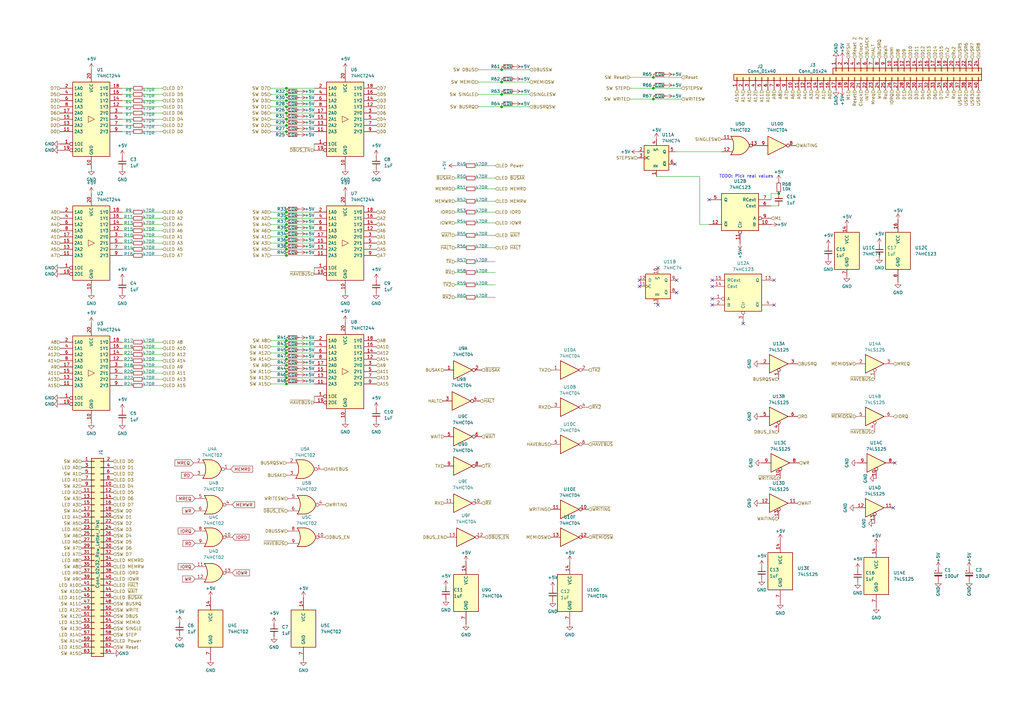
<source format=kicad_sch>
(kicad_sch (version 20231120) (generator "eeschema") (generator_version "8.0")
  (paper "A3")
  (junction (at 205.74 43.815))
  (junction (at 117.475 92.075))
  (junction (at 117.475 53.975))
  (junction (at 267.97 36.195))
  (junction (at 205.74 28.575))
  (junction (at 117.475 147.32))
  (junction (at 117.475 46.355))
  (junction (at 117.475 139.7))
  (junction (at 117.475 149.86))
  (junction (at 117.475 104.775))
  (junction (at 117.475 43.815))
  (junction (at 117.475 144.78))
  (junction (at 117.475 94.615))
  (junction (at 117.475 89.535))
  (junction (at 117.475 99.695))
  (junction (at 205.74 38.735))
  (junction (at 267.97 31.75))
  (junction (at 117.475 48.895))
  (junction (at 117.475 157.48))
  (junction (at 117.475 41.275))
  (junction (at 117.475 152.4))
  (junction (at 117.475 154.94))
  (junction (at 117.475 51.435))
  (junction (at 205.74 33.655))
  (junction (at 117.475 142.24))
  (junction (at 117.475 86.995))
  (junction (at 319.405 79.375))
  (junction (at 117.475 97.155))
  (junction (at 117.475 38.735))
  (junction (at 117.475 36.195))
  (junction (at 267.97 40.64))
  (junction (at 117.475 102.235))
  (no_connect (at 317.5 114.935))
  (no_connect (at 269.875 109.855))
  (no_connect (at 292.1 117.475))
  (no_connect (at 277.495 114.935))
  (no_connect (at 304.8 132.715))
  (no_connect (at 366.395 208.28))
  (no_connect (at 276.86 67.31))
  (no_connect (at 317.5 125.095))
  (no_connect (at 262.255 117.475))
  (no_connect (at 290.83 81.915))
  (no_connect (at 367.03 189.865))
  (no_connect (at 292.1 122.555))
  (no_connect (at 277.495 120.015))
  (no_connect (at 262.255 114.935))
  (no_connect (at 269.875 125.095))
  (no_connect (at 292.1 125.095))
  (no_connect (at 292.1 114.935))
  (wire (pts (xy 117.475 93.345) (xy 117.475 94.615)))
  (wire (pts (xy 111.125 36.195) (xy 117.475 36.195)))
  (wire (pts (xy 128.905 59.055) (xy 128.905 61.595)))
  (wire (pts (xy 111.125 102.235) (xy 117.475 102.235)))
  (wire (pts (xy 117.475 97.155) (xy 128.905 97.155)))
  (wire (pts (xy 66.675 89.535) (xy 59.055 89.535)))
  (wire (pts (xy 117.475 99.695) (xy 128.905 99.695)))
  (wire (pts (xy 66.675 145.415) (xy 59.055 145.415)))
  (wire (pts (xy 287.02 92.075) (xy 290.83 92.075)))
  (wire (pts (xy 66.675 51.435) (xy 59.055 51.435)))
  (wire (pts (xy 53.975 97.155) (xy 50.165 97.155)))
  (wire (pts (xy 117.475 89.535) (xy 128.905 89.535)))
  (wire (pts (xy 117.475 53.975) (xy 128.905 53.975)))
  (wire (pts (xy 111.125 104.775) (xy 117.475 104.775)))
  (wire (pts (xy 203.2 82.55) (xy 195.58 82.55)))
  (wire (pts (xy 66.675 102.235) (xy 59.055 102.235)))
  (wire (pts (xy 128.905 162.56) (xy 128.905 165.1)))
  (wire (pts (xy 117.475 149.86) (xy 128.905 149.86)))
  (wire (pts (xy 316.23 79.375) (xy 316.23 81.915)))
  (wire (pts (xy 66.675 46.355) (xy 59.055 46.355)))
  (wire (pts (xy 190.5 86.995) (xy 186.69 86.995)))
  (wire (pts (xy 111.125 51.435) (xy 117.475 51.435)))
  (wire (pts (xy 117.475 103.505) (xy 117.475 104.775)))
  (wire (pts (xy 203.2 116.84) (xy 195.58 116.84)))
  (wire (pts (xy 205.74 38.735) (xy 217.17 38.735)))
  (wire (pts (xy 66.675 150.495) (xy 59.055 150.495)))
  (wire (pts (xy 205.74 43.815) (xy 217.17 43.815)))
  (wire (pts (xy 111.125 139.7) (xy 117.475 139.7)))
  (wire (pts (xy 117.475 94.615) (xy 128.905 94.615)))
  (wire (pts (xy 53.975 38.735) (xy 50.165 38.735)))
  (wire (pts (xy 66.675 48.895) (xy 59.055 48.895)))
  (wire (pts (xy 53.975 147.955) (xy 50.165 147.955)))
  (wire (pts (xy 111.125 154.94) (xy 117.475 154.94)))
  (wire (pts (xy 53.975 43.815) (xy 50.165 43.815)))
  (wire (pts (xy 205.74 27.305) (xy 205.74 28.575)))
  (wire (pts (xy 190.5 82.55) (xy 186.69 82.55)))
  (wire (pts (xy 66.675 158.115) (xy 59.055 158.115)))
  (wire (pts (xy 117.475 36.195) (xy 128.905 36.195)))
  (wire (pts (xy 53.975 46.355) (xy 50.165 46.355)))
  (wire (pts (xy 267.97 34.925) (xy 267.97 36.195)))
  (wire (pts (xy 267.97 36.195) (xy 279.4 36.195)))
  (wire (pts (xy 196.215 28.575) (xy 205.74 28.575)))
  (wire (pts (xy 117.475 52.705) (xy 117.475 51.435)))
  (wire (pts (xy 190.5 91.44) (xy 186.69 91.44)))
  (wire (pts (xy 111.125 97.155) (xy 117.475 97.155)))
  (wire (pts (xy 203.2 101.6) (xy 195.58 101.6)))
  (wire (pts (xy 276.86 62.23) (xy 295.91 62.23)))
  (wire (pts (xy 205.74 42.545) (xy 205.74 43.815)))
  (wire (pts (xy 53.975 53.975) (xy 50.165 53.975)))
  (wire (pts (xy 117.475 43.815) (xy 128.905 43.815)))
  (wire (pts (xy 53.975 102.235) (xy 50.165 102.235)))
  (wire (pts (xy 111.125 43.815) (xy 117.475 43.815)))
  (wire (pts (xy 117.475 144.78) (xy 128.905 144.78)))
  (wire (pts (xy 117.475 156.21) (xy 117.475 157.48)))
  (wire (pts (xy 267.97 30.48) (xy 267.97 31.75)))
  (wire (pts (xy 117.475 40.005) (xy 117.475 38.735)))
  (wire (pts (xy 190.5 77.47) (xy 186.69 77.47)))
  (wire (pts (xy 66.675 147.955) (xy 59.055 147.955)))
  (wire (pts (xy 205.74 28.575) (xy 217.17 28.575)))
  (wire (pts (xy 66.675 36.195) (xy 59.055 36.195)))
  (wire (pts (xy 53.975 145.415) (xy 50.165 145.415)))
  (wire (pts (xy 117.475 143.51) (xy 117.475 144.78)))
  (wire (pts (xy 190.5 96.52) (xy 186.69 96.52)))
  (wire (pts (xy 111.125 142.24) (xy 117.475 142.24)))
  (wire (pts (xy 190.5 121.92) (xy 186.69 121.92)))
  (wire (pts (xy 269.24 72.39) (xy 287.02 72.39)))
  (wire (pts (xy 117.475 42.545) (xy 117.475 41.275)))
  (wire (pts (xy 53.975 36.195) (xy 50.165 36.195)))
  (wire (pts (xy 53.975 142.875) (xy 50.165 142.875)))
  (wire (pts (xy 287.02 72.39) (xy 287.02 92.075)))
  (wire (pts (xy 53.975 153.035) (xy 50.165 153.035)))
  (wire (pts (xy 53.975 89.535) (xy 50.165 89.535)))
  (wire (pts (xy 203.2 96.52) (xy 195.58 96.52)))
  (wire (pts (xy 66.675 142.875) (xy 59.055 142.875)))
  (wire (pts (xy 117.475 151.13) (xy 117.475 152.4)))
  (wire (pts (xy 117.475 90.805) (xy 117.475 92.075)))
  (wire (pts (xy 111.125 92.075) (xy 117.475 92.075)))
  (wire (pts (xy 66.675 53.975) (xy 59.055 53.975)))
  (wire (pts (xy 203.2 67.945) (xy 195.58 67.945)))
  (wire (pts (xy 66.675 99.695) (xy 59.055 99.695)))
  (wire (pts (xy 111.125 147.32) (xy 117.475 147.32)))
  (wire (pts (xy 53.975 41.275) (xy 50.165 41.275)))
  (wire (pts (xy 258.445 31.75) (xy 267.97 31.75)))
  (wire (pts (xy 267.97 39.37) (xy 267.97 40.64)))
  (wire (pts (xy 117.475 41.275) (xy 128.905 41.275)))
  (wire (pts (xy 190.5 67.945) (xy 186.69 67.945)))
  (wire (pts (xy 190.5 116.84) (xy 186.69 116.84)))
  (wire (pts (xy 117.475 46.355) (xy 128.905 46.355)))
  (wire (pts (xy 117.475 88.265) (xy 117.475 89.535)))
  (wire (pts (xy 128.905 109.855) (xy 128.905 112.395)))
  (wire (pts (xy 53.975 86.995) (xy 50.165 86.995)))
  (wire (pts (xy 117.475 51.435) (xy 128.905 51.435)))
  (wire (pts (xy 111.125 53.975) (xy 117.475 53.975)))
  (wire (pts (xy 203.2 91.44) (xy 195.58 91.44)))
  (wire (pts (xy 111.125 86.995) (xy 117.475 86.995)))
  (wire (pts (xy 117.475 142.24) (xy 128.905 142.24)))
  (wire (pts (xy 111.125 94.615) (xy 117.475 94.615)))
  (wire (pts (xy 53.975 48.895) (xy 50.165 48.895)))
  (wire (pts (xy 117.475 92.075) (xy 128.905 92.075)))
  (wire (pts (xy 258.445 40.64) (xy 267.97 40.64)))
  (wire (pts (xy 117.475 146.05) (xy 117.475 147.32)))
  (wire (pts (xy 117.475 55.245) (xy 117.475 53.975)))
  (wire (pts (xy 66.675 155.575) (xy 59.055 155.575)))
  (wire (pts (xy 53.975 99.695) (xy 50.165 99.695)))
  (wire (pts (xy 117.475 104.775) (xy 128.905 104.775)))
  (wire (pts (xy 267.97 31.75) (xy 279.4 31.75)))
  (wire (pts (xy 66.675 140.335) (xy 59.055 140.335)))
  (wire (pts (xy 205.74 33.655) (xy 217.17 33.655)))
  (wire (pts (xy 117.475 139.7) (xy 128.905 139.7)))
  (wire (pts (xy 111.125 144.78) (xy 117.475 144.78)))
  (wire (pts (xy 117.475 138.43) (xy 117.475 139.7)))
  (wire (pts (xy 66.675 97.155) (xy 59.055 97.155)))
  (wire (pts (xy 111.125 46.355) (xy 117.475 46.355)))
  (wire (pts (xy 111.125 89.535) (xy 117.475 89.535)))
  (wire (pts (xy 53.975 94.615) (xy 50.165 94.615)))
  (wire (pts (xy 117.475 38.735) (xy 128.905 38.735)))
  (wire (pts (xy 316.23 79.375) (xy 319.405 79.375)))
  (wire (pts (xy 117.475 50.165) (xy 117.475 48.895)))
  (wire (pts (xy 117.475 100.965) (xy 117.475 102.235)))
  (wire (pts (xy 203.2 86.995) (xy 195.58 86.995)))
  (wire (pts (xy 111.125 149.86) (xy 117.475 149.86)))
  (wire (pts (xy 203.2 107.315) (xy 195.58 107.315)))
  (wire (pts (xy 196.215 43.815) (xy 205.74 43.815)))
  (wire (pts (xy 190.5 101.6) (xy 186.69 101.6)))
  (wire (pts (xy 53.975 158.115) (xy 50.165 158.115)))
  (wire (pts (xy 203.2 73.025) (xy 195.58 73.025)))
  (wire (pts (xy 117.475 140.97) (xy 117.475 142.24)))
  (wire (pts (xy 203.2 121.92) (xy 195.58 121.92)))
  (wire (pts (xy 117.475 153.67) (xy 117.475 154.94)))
  (wire (pts (xy 66.675 43.815) (xy 59.055 43.815)))
  (wire (pts (xy 267.97 40.64) (xy 279.4 40.64)))
  (wire (pts (xy 117.475 48.895) (xy 128.905 48.895)))
  (wire (pts (xy 117.475 37.465) (xy 117.475 36.195)))
  (wire (pts (xy 203.2 111.76) (xy 195.58 111.76)))
  (wire (pts (xy 196.215 38.735) (xy 205.74 38.735)))
  (wire (pts (xy 316.23 84.455) (xy 319.405 84.455)))
  (wire (pts (xy 117.475 86.995) (xy 128.905 86.995)))
  (wire (pts (xy 111.125 48.895) (xy 117.475 48.895)))
  (wire (pts (xy 53.975 140.335) (xy 50.165 140.335)))
  (wire (pts (xy 190.5 73.025) (xy 186.69 73.025)))
  (wire (pts (xy 53.975 92.075) (xy 50.165 92.075)))
  (wire (pts (xy 203.2 77.47) (xy 195.58 77.47)))
  (wire (pts (xy 111.125 41.275) (xy 117.475 41.275)))
  (wire (pts (xy 205.74 32.385) (xy 205.74 33.655)))
  (wire (pts (xy 117.475 102.235) (xy 128.905 102.235)))
  (wire (pts (xy 117.475 98.425) (xy 117.475 99.695)))
  (wire (pts (xy 117.475 148.59) (xy 117.475 149.86)))
  (wire (pts (xy 117.475 152.4) (xy 128.905 152.4)))
  (wire (pts (xy 258.445 36.195) (xy 267.97 36.195)))
  (wire (pts (xy 53.975 155.575) (xy 50.165 155.575)))
  (wire (pts (xy 117.475 157.48) (xy 128.905 157.48)))
  (wire (pts (xy 66.675 41.275) (xy 59.055 41.275)))
  (wire (pts (xy 111.125 152.4) (xy 117.475 152.4)))
  (wire (pts (xy 66.675 94.615) (xy 59.055 94.615)))
  (wire (pts (xy 117.475 85.725) (xy 117.475 86.995)))
  (wire (pts (xy 111.125 157.48) (xy 117.475 157.48)))
  (wire (pts (xy 66.675 86.995) (xy 59.055 86.995)))
  (wire (pts (xy 196.215 33.655) (xy 205.74 33.655)))
  (wire (pts (xy 117.475 45.085) (xy 117.475 43.815)))
  (wire (pts (xy 111.125 38.735) (xy 117.475 38.735)))
  (wire (pts (xy 66.675 153.035) (xy 59.055 153.035)))
  (wire (pts (xy 66.675 104.775) (xy 59.055 104.775)))
  (wire (pts (xy 66.675 38.735) (xy 59.055 38.735)))
  (wire (pts (xy 117.475 147.32) (xy 128.905 147.32)))
  (wire (pts (xy 53.975 104.775) (xy 50.165 104.775)))
  (wire (pts (xy 205.74 37.465) (xy 205.74 38.735)))
  (wire (pts (xy 53.975 150.495) (xy 50.165 150.495)))
  (wire (pts (xy 66.675 92.075) (xy 59.055 92.075)))
  (wire (pts (xy 190.5 111.76) (xy 186.69 111.76)))
  (wire (pts (xy 53.975 51.435) (xy 50.165 51.435)))
  (wire (pts (xy 117.475 95.885) (xy 117.475 97.155)))
  (wire (pts (xy 117.475 47.625) (xy 117.475 46.355)))
  (wire (pts (xy 111.125 99.695) (xy 117.475 99.695)))
  (wire (pts (xy 117.475 154.94) (xy 128.905 154.94)))
  (wire (pts (xy 190.5 107.315) (xy 186.69 107.315)))
  (text "TODO: Pick real values" (at 306.07 72.39 0) (effects (font (size 1.27 1.27))))
  (global_label "RD" (shape input) (at 79.375 194.945 180) (property "Intersheetrefs" "${INTERSHEET_REFS}" (effects (hide yes))))
  (global_label "MEMRD" (shape input) (at 94.615 192.405 0) (property "Intersheetrefs" "${INTERSHEET_REFS}" (effects (hide yes))))
  (global_label "MREQ" (shape input) (at 79.375 189.865 180) (property "Intersheetrefs" "${INTERSHEET_REFS}" (effects (hide yes))))
  (global_label "WR" (shape input) (at 80.01 237.49 180) (property "Intersheetrefs" "${INTERSHEET_REFS}" (effects (hide yes))))
  (global_label "MEMWR" (shape input) (at 95.25 207.01 0) (property "Intersheetrefs" "${INTERSHEET_REFS}" (effects (hide yes))))
  (global_label "IOWR" (shape input) (at 95.25 234.95 0) (property "Intersheetrefs" "${INTERSHEET_REFS}" (effects (hide yes))))
  (global_label "IORD" (shape input) (at 95.25 220.345 0) (property "Intersheetrefs" "${INTERSHEET_REFS}" (effects (hide yes))))
  (global_label "MREQ" (shape input) (at 80.01 204.47 180) (property "Intersheetrefs" "${INTERSHEET_REFS}" (effects (hide yes))))
  (global_label "IORQ" (shape input) (at 80.01 217.805 180) (property "Intersheetrefs" "${INTERSHEET_REFS}" (effects (hide yes))))
  (global_label "RD" (shape input) (at 80.01 222.885 180) (property "Intersheetrefs" "${INTERSHEET_REFS}" (effects (hide yes))))
  (global_label "WR" (shape input) (at 80.01 209.55 180) (property "Intersheetrefs" "${INTERSHEET_REFS}" (effects (hide yes))))
  (global_label "IORQ" (shape input) (at 80.01 232.41 180) (property "Intersheetrefs" "${INTERSHEET_REFS}" (effects (hide yes))))
  (hierarchical_label "~{HAVEBUS}" (shape input) (at 241.3 182.245 0))
  (hierarchical_label "A0" (shape input) (at 154.305 86.995 0))
  (hierarchical_label "SW A12" (shape input) (at 111.125 144.78 180))
  (hierarchical_label "BUSAK" (shape input) (at 182.245 151.765 180))
  (hierarchical_label "USR1" (shape input) (at 393.7 36.83 270))
  (hierarchical_label "D7" (shape input) (at 154.305 36.195 0))
  (hierarchical_label "LED A6" (shape input) (at 66.675 94.615 0))
  (hierarchical_label "LED D6" (shape input) (at 66.675 46.355 0))
  (hierarchical_label "LED A1" (shape input) (at 33.655 196.85 180))
  (hierarchical_label "A11" (shape input) (at 24.765 153.035 180))
  (hierarchical_label "SW A14" (shape input) (at 33.655 262.89 180))
  (hierarchical_label "D14" (shape input) (at 383.54 24.13 90))
  (hierarchical_label "SINGLESW" (shape input) (at 295.91 57.15 180))
  (hierarchical_label "Reset" (shape input) (at 279.4 31.75 0))
  (hierarchical_label "D5" (shape input) (at 24.765 38.735 180))
  (hierarchical_label "DBUSSW" (shape input) (at 118.11 217.805 180))
  (hierarchical_label "D4" (shape input) (at 24.765 48.895 180))
  (hierarchical_label "A11" (shape input) (at 154.305 152.4 0))
  (hierarchical_label "A2" (shape input) (at 24.765 89.535 180))
  (hierarchical_label "SW D0" (shape input) (at 111.125 53.975 180))
  (hierarchical_label "SW A2" (shape input) (at 33.655 199.39 180))
  (hierarchical_label "SW D0" (shape input) (at 46.355 209.55 0))
  (hierarchical_label "A12" (shape input) (at 24.765 145.415 180))
  (hierarchical_label "WAIT" (shape input) (at 327.025 206.375 0))
  (hierarchical_label "MEMWR" (shape input) (at 186.69 82.55 180))
  (hierarchical_label "Ro" (shape input) (at 363.22 36.83 270))
  (hierarchical_label "BUSACK" (shape input) (at 355.6 24.13 90))
  (hierarchical_label "SW BUSRQ" (shape input) (at 196.215 43.815 180))
  (hierarchical_label "LED D0" (shape input) (at 66.675 53.975 0))
  (hierarchical_label "SW A5" (shape input) (at 33.655 214.63 180))
  (hierarchical_label "LED A1" (shape input) (at 66.675 97.155 0))
  (hierarchical_label "HAVEBUS" (shape input) (at 226.06 182.245 180))
  (hierarchical_label "SW Reset" (shape input) (at 258.445 31.75 180))
  (hierarchical_label "SW A1" (shape input) (at 111.125 97.155 180))
  (hierarchical_label "SW A15" (shape input) (at 111.125 157.48 180))
  (hierarchical_label "D1" (shape input) (at 154.305 43.815 0))
  (hierarchical_label "LED D2" (shape input) (at 66.675 51.435 0))
  (hierarchical_label "WRITESW" (shape input) (at 118.11 204.47 180))
  (hierarchical_label "SW A2" (shape input) (at 111.125 89.535 180))
  (hierarchical_label "A14" (shape input) (at 154.305 147.32 0))
  (hierarchical_label "LED MEMRD" (shape input) (at 46.355 229.87 0))
  (hierarchical_label "SW MEMIO" (shape input) (at 196.215 33.655 180))
  (hierarchical_label "A9" (shape input) (at 154.305 149.86 0))
  (hierarchical_label "~{HAVEBUS}" (shape input) (at 358.775 177.165 180))
  (hierarchical_label "SW A11" (shape input) (at 33.655 247.65 180))
  (hierarchical_label "SW D6" (shape input) (at 111.125 46.355 180))
  (hierarchical_label "D6" (shape input) (at 154.305 46.355 0))
  (hierarchical_label "A1" (shape input) (at 24.765 97.155 180))
  (hierarchical_label "DBUS_EN" (shape input) (at 319.405 177.165 180))
  (hierarchical_label "D4" (shape input) (at 378.46 36.83 270))
  (hierarchical_label "IORQ" (shape input) (at 366.395 170.815 0))
  (hierarchical_label "SW A1" (shape input) (at 33.655 194.31 180))
  (hierarchical_label "SW STEP" (shape input) (at 258.445 36.195 180))
  (hierarchical_label "A3" (shape input) (at 332.74 36.83 270))
  (hierarchical_label "LED D3" (shape input) (at 46.355 196.85 0))
  (hierarchical_label "Tx" (shape input) (at 388.62 36.83 270))
  (hierarchical_label "~{TX2}" (shape input) (at 186.69 116.84 180))
  (hierarchical_label "A15" (shape input) (at 302.26 36.83 270))
  (hierarchical_label "SW A5" (shape input) (at 111.125 102.235 180))
  (hierarchical_label "A10" (shape input) (at 154.305 142.24 0))
  (hierarchical_label "~{DBUS_EN}" (shape input) (at 198.755 220.345 0))
  (hierarchical_label "LED A11" (shape input) (at 66.675 153.035 0))
  (hierarchical_label "SW A3" (shape input) (at 33.655 204.47 180))
  (hierarchical_label "Clock 2" (shape input) (at 353.06 24.13 90))
  (hierarchical_label "LED D4" (shape input) (at 46.355 199.39 0))
  (hierarchical_label "HALT" (shape input) (at 358.14 24.13 90))
  (hierarchical_label "USR3" (shape input) (at 398.78 36.83 270))
  (hierarchical_label "MREQ" (shape input) (at 366.395 149.225 0))
  (hierarchical_label "WRITESW" (shape input) (at 279.4 40.64 0))
  (hierarchical_label "A3" (shape input) (at 24.765 99.695 180))
  (hierarchical_label "STEPSW" (shape input) (at 279.4 36.195 0))
  (hierarchical_label "DBUSSW" (shape input) (at 217.17 28.575 0))
  (hierarchical_label "LED IORD" (shape input) (at 46.355 234.95 0))
  (hierarchical_label "MEMIOSW" (shape input) (at 226.06 220.345 180))
  (hierarchical_label "A8" (shape input) (at 320.04 36.83 270))
  (hierarchical_label "~{HALT}" (shape input) (at 186.69 101.6 180))
  (hierarchical_label "~{RX}" (shape input) (at 197.485 206.375 0))
  (hierarchical_label "LED A10" (shape input) (at 33.655 240.03 180))
  (hierarchical_label "D1" (shape input) (at 370.84 36.83 270))
  (hierarchical_label "LED D4" (shape input) (at 66.675 48.895 0))
  (hierarchical_label "SW SINGLE" (shape input) (at 46.355 257.81 0))
  (hierarchical_label "D6" (shape input) (at 383.54 36.83 270))
  (hierarchical_label "SW D1" (shape input) (at 111.125 43.815 180))
  (hierarchical_label "A4" (shape input) (at 154.305 92.075 0))
  (hierarchical_label "SW D7" (shape input) (at 46.355 227.33 0))
  (hierarchical_label "SW D1" (shape input) (at 46.355 212.09 0))
  (hierarchical_label "HALT" (shape input) (at 181.61 164.465 180))
  (hierarchical_label "LED A15" (shape input) (at 33.655 265.43 180))
  (hierarchical_label "D4" (shape input) (at 154.305 48.895 0))
  (hierarchical_label "LED D7" (shape input) (at 66.675 36.195 0))
  (hierarchical_label "LED A11" (shape input) (at 33.655 245.11 180))
  (hierarchical_label "LED A12" (shape input) (at 66.675 145.415 0))
  (hierarchical_label "A13" (shape input) (at 154.305 154.94 0))
  (hierarchical_label "SW A7" (shape input) (at 33.655 224.79 180))
  (hierarchical_label "LED A5" (shape input) (at 66.675 102.235 0))
  (hierarchical_label "LED A2" (shape input) (at 33.655 201.93 180))
  (hierarchical_label "SW BUSRQ" (shape input) (at 46.355 247.65 0))
  (hierarchical_label "SW WRITE" (shape input) (at 46.355 250.19 0))
  (hierarchical_label "STEPSW" (shape input) (at 261.62 64.77 180))
  (hierarchical_label "D10" (shape input) (at 373.38 24.13 90))
  (hierarchical_label "SW D3" (shape input) (at 111.125 41.275 180))
  (hierarchical_label "LED D6" (shape input) (at 46.355 204.47 0))
  (hierarchical_label "LED ~{HALT}" (shape input) (at 46.355 240.03 0))
  (hierarchical_label "Wait" (shape input) (at 363.22 24.13 90))
  (hierarchical_label "~{HAVEBUS}" (shape input) (at 358.775 155.575 180))
  (hierarchical_label "A0" (shape input) (at 24.765 86.995 180))
  (hierarchical_label "SINGLESW" (shape input) (at 217.17 38.735 0))
  (hierarchical_label "SW A10" (shape input) (at 111.125 142.24 180))
  (hierarchical_label "USR8" (shape input) (at 401.32 24.13 90))
  (hierarchical_label "A1" (shape input) (at 337.82 36.83 270))
  (hierarchical_label "D2" (shape input) (at 24.765 51.435 180))
  (hierarchical_label "LED A13" (shape input) (at 33.655 255.27 180))
  (hierarchical_label "A12" (shape input) (at 154.305 144.78 0))
  (hierarchical_label "LED A7" (shape input) (at 66.675 104.775 0))
  (hierarchical_label "A15" (shape input) (at 24.765 158.115 180))
  (hierarchical_label "SW A9" (shape input) (at 111.125 149.86 180))
  (hierarchical_label "BUSRQ" (shape input) (at 327.025 149.225 0))
  (hierarchical_label "LED A4" (shape input) (at 33.655 212.09 180))
  (hierarchical_label "LED A15" (shape input) (at 66.675 158.115 0))
  (hierarchical_label "LED A2" (shape input) (at 66.675 89.535 0))
  (hierarchical_label "SW A13" (shape input) (at 111.125 154.94 180))
  (hierarchical_label "Wr" (shape input) (at 360.68 36.83 270))
  (hierarchical_label "LED D2" (shape input) (at 46.355 194.31 0))
  (hierarchical_label "LED A0" (shape input) (at 66.675 86.995 0))
  (hierarchical_label "A13" (shape input) (at 24.765 155.575 180))
  (hierarchical_label "SW A4" (shape input) (at 33.655 209.55 180))
  (hierarchical_label "A9" (shape input) (at 317.5 36.83 270))
  (hierarchical_label "~{MEMIOSW}" (shape input) (at 351.155 170.815 180))
  (hierarchical_label "SW WRITE" (shape input) (at 258.445 40.64 180))
  (hierarchical_label "LED D7" (shape input) (at 46.355 207.01 0))
  (hierarchical_label "~{MEMIOSW}" (shape input) (at 241.3 220.345 0))
  (hierarchical_label "A14" (shape input) (at 24.765 147.955 180))
  (hierarchical_label "NMI" (shape input) (at 365.76 24.13 90))
  (hierarchical_label "SW D4" (shape input) (at 46.355 219.71 0))
  (hierarchical_label "LED A8" (shape input) (at 66.675 140.335 0))
  (hierarchical_label "LED D0" (shape input) (at 46.355 189.23 0))
  (hierarchical_label "SW D5" (shape input) (at 46.355 222.25 0))
  (hierarchical_label "BUSRQ" (shape input) (at 360.68 24.13 90))
  (hierarchical_label "WRITING" (shape input) (at 133.35 207.01 0))
  (hierarchical_label "SW A3" (shape input) (at 111.125 99.695 180))
  (hierarchical_label "~{HAVEBUS}" (shape input) (at 118.11 222.885 180))
  (hierarchical_label "~{DBUS_EN}" (shape input) (at 128.905 61.595 180))
  (hierarchical_label "WAITING" (shape input) (at 319.405 212.725 180))
  (hierarchical_label "SW Reset" (shape input) (at 46.355 265.43 0))
  (hierarchical_label "D0" (shape input) (at 154.305 53.975 0))
  (hierarchical_label "SW A6" (shape input) (at 111.125 94.615 180))
  (hierarchical_label "BUSRQSW" (shape input) (at 217.17 43.815 0))
  (hierarchical_label "D6" (shape input) (at 24.765 46.355 180))
  (hierarchical_label "SW A8" (shape input) (at 111.125 139.7 180))
  (hierarchical_label "SW SINGLE" (shape input) (at 196.215 38.735 180))
  (hierarchical_label "D7" (shape input) (at 386.08 36.83 270))
  (hierarchical_label "SW D4" (shape input) (at 111.125 48.895 180))
  (hierarchical_label "RD" (shape input) (at 327.025 170.815 0))
  (hierarchical_label "SW STEP" (shape input) (at 46.355 260.35 0))
  (hierarchical_label "LED A3" (shape input) (at 33.655 207.01 180))
  (hierarchical_label "SW A15" (shape input) (at 33.655 267.97 180))
  (hierarchical_label "INT" (shape input) (at 355.6 36.83 270))
  (hierarchical_label "LED MEMRW" (shape input) (at 46.355 232.41 0))
  (hierarchical_label "LED A5" (shape input) (at 33.655 217.17 180))
  (hierarchical_label "D0" (shape input) (at 24.765 53.975 180))
  (hierarchical_label "A2" (shape input) (at 154.305 89.535 0))
  (hierarchical_label "IOWR" (shape input) (at 186.69 91.44 180))
  (hierarchical_label "D2" (shape input) (at 373.38 36.83 270))
  (hierarchical_label "D3" (shape input) (at 154.305 41.275 0))
  (hierarchical_label "D3" (shape input) (at 24.765 41.275 180))
  (hierarchical_label "A4" (shape input) (at 24.765 92.075 180))
  (hierarchical_label "SW D3" (shape input) (at 46.355 217.17 0))
  (hierarchical_label "SW D7" (shape input) (at 111.125 36.195 180))
  (hierarchical_label "A12" (shape input) (at 309.88 36.83 270))
  (hierarchical_label "A10" (shape input) (at 24.765 142.875 180))
  (hierarchical_label "~{WAIT}" (shape input) (at 197.485 179.07 0))
  (hierarchical_label "LED MEMRD" (shape input) (at 203.2 77.47 0))
  (hierarchical_label "LED Power" (shape input) (at 203.2 67.945 0))
  (hierarchical_label "A13" (shape input) (at 307.34 36.83 270))
  (hierarchical_label "LED IORD" (shape input) (at 203.2 86.995 0))
  (hierarchical_label "A0" (shape input) (at 340.36 36.83 270))
  (hierarchical_label "LED IOWR" (shape input) (at 203.2 91.44 0))
  (hierarchical_label "SW A6" (shape input) (at 33.655 219.71 180))
  (hierarchical_label "SW A8" (shape input) (at 33.655 232.41 180))
  (hierarchical_label "M1" (shape input) (at 316.23 89.535 0))
  (hierarchical_label "A5" (shape input) (at 154.305 102.235 0))
  (hierarchical_label "USR7" (shape input) (at 398.78 24.13 90))
  (hierarchical_label "LED D1" (shape input) (at 46.355 191.77 0))
  (hierarchical_label "SW A9" (shape input) (at 33.655 237.49 180))
  (hierarchical_label "A9" (shape input) (at 24.765 150.495 180))
  (hierarchical_label "~{HAVEBUS}" (shape input) (at 128.905 165.1 180))
  (hierarchical_label "LED A10" (shape input) (at 66.675 142.875 0))
  (hierarchical_label "LED A12" (shape input) (at 33.655 250.19 180))
  (hierarchical_label "LED IOWR" (shape input) (at 46.355 237.49 0))
  (hierarchical_label "D3" (shape input) (at 375.92 36.83 270))
  (hierarchical_label "IORD" (shape input) (at 186.69 86.995 180))
  (hierarchical_label "~{TX}" (shape input) (at 197.485 191.135 0))
  (hierarchical_label "WR" (shape input) (at 327.66 189.865 0))
  (hierarchical_label "A5" (shape input) (at 327.66 36.83 270))
  (hierarchical_label "~{RX}" (shape input) (at 186.69 111.76 180))
  (hierarchical_label "IORQ" (shape input) (at 365.76 36.83 270))
  (hierarchical_label "SW A10" (shape input) (at 33.655 242.57 180))
  (hierarchical_label "SW A0" (shape input) (at 33.655 189.23 180))
  (hierarchical_label "A8" (shape input) (at 154.305 139.7 0))
  (hierarchical_label "A1" (shape input) (at 154.305 97.155 0))
  (hierarchical_label "~{TX2}" (shape input) (at 241.3 151.765 0))
  (hierarchical_label "~{HAVEBUS}" (shape input) (at 128.905 112.395 180))
  (hierarchical_label "BUSRQSW" (shape input) (at 319.405 155.575 180))
  (hierarchical_label "SW DBUS" (shape input) (at 46.355 252.73 0))
  (hierarchical_label "A7" (shape input) (at 322.58 36.83 270))
  (hierarchical_label "A6" (shape input) (at 325.12 36.83 270))
  (hierarchical_label "LED ~{WAIT}" (shape input) (at 203.2 96.52 0))
  (hierarchical_label "RX2" (shape input) (at 226.06 167.005 180))
  (hierarchical_label "~{DBUS_EN}" (shape input) (at 118.11 209.55 180))
  (hierarchical_label "LED D1" (shape input) (at 66.675 43.815 0))
  (hierarchical_label "SW D5" (shape input) (at 111.125 38.735 180))
  (hierarchical_label "D5" (shape input) (at 154.305 38.735 0))
  (hierarchical_label "D0" (shape input) (at 368.3 36.83 270))
  (hierarchical_label "TX" (shape input) (at 182.245 191.135 180))
  (hierarchical_label "DBUS_EN" (shape input) (at 133.35 220.345 0))
  (hierarchical_label "D8" (shape input) (at 368.3 24.13 90))
  (hierarchical_label "LED ~{HALT}" (shape input) (at 203.2 101.6 0))
  (hierarchical_label "~{RX2}" (shape input) (at 186.69 121.92 180))
  (hierarchical_label "D9" (shape input) (at 370.84 24.13 90))
  (hierarchical_label "A5" (shape input) (at 24.765 102.235 180))
  (hierarchical_label "LED ~{BUSAK}" (shape input) (at 46.355 245.11 0))
  (hierarchical_label "D5" (shape input) (at 381 36.83 270))
  (hierarchical_label "SW A12" (shape input) (at 33.655 252.73 180))
  (hierarchical_label "LED MEMRW" (shape input) (at 203.2 82.55 0))
  (hierarchical_label "USR6" (shape input) (at 396.24 24.13 90))
  (hierarchical_label "Reset 2" (shape input) (at 350.52 24.13 90))
  (hierarchical_label "SW D6" (shape input) (at 46.355 224.79 0))
  (hierarchical_label "SW A13" (shape input) (at 33.655 257.81 180))
  (hierarchical_label "Rx2" (shape input) (at 391.16 24.13 90))
  (hierarchical_label "LED D5" (shape input) (at 66.675 38.735 0))
  (hierarchical_label "BUSRQSW" (shape input) (at 117.475 189.865 180))
  (hierarchical_label "WAIT" (shape input) (at 182.245 179.07 180))
  (hierarchical_label "~{WRITING}" (shape input) (at 320.04 196.215 180))
  (hierarchical_label "DBUS_EN" (shape input) (at 183.515 220.345 180))
  (hierarchical_label "SW A0" (shape input) (at 111.125 86.995 180))
  (hierarchical_label "LED A3" (shape input) (at 66.675 99.695 0))
  (hierarchical_label "LED D5" (shape input) (at 46.355 201.93 0))
  (hierarchical_label "D12" (shape input) (at 378.46 24.13 90))
  (hierarchical_label "LED A13" (shape input) (at 66.675 155.575 0))
  (hierarchical_label "LED A9" (shape input) (at 66.675 150.495 0))
  (hierarchical_label "A2" (shape input) (at 335.28 36.83 270))
  (hierarchical_label "LED A8" (shape input) (at 33.655 229.87 180))
  (hierarchical_label "A7" (shape input) (at 24.765 104.775 180))
  (hierarchical_label "D1" (shape input) (at 24.765 43.815 180))
  (hierarchical_label "SW D2" (shape input) (at 46.355 214.63 0))
  (hierarchical_label "SW A11" (shape input) (at 111.125 152.4 180))
  (hierarchical_label "SW DBUS" (shape input) (at 196.215 28.575 180))
  (hierarchical_label "SW MEMIO" (shape input) (at 46.355 255.27 0))
  (hierarchical_label "RFSH" (shape input) (at 347.98 24.13 90))
  (hierarchical_label "A11" (shape input) (at 312.42 36.83 270))
  (hierarchical_label "WRITING" (shape input) (at 226.06 208.915 180))
  (hierarchical_label "LED Power" (shape input) (at 46.355 262.89 0))
  (hierarchical_label "A3" (shape input) (at 154.305 99.695 0))
  (hierarchical_label "~{HALT}" (shape input) (at 196.85 164.465 0))
  (hierarchical_label "LED A14" (shape input) (at 33.655 260.35 180))
  (hierarchical_label "~{WRITING}" (shape input) (at 241.3 208.915 0))
  (hierarchical_label "A15" (shape input) (at 154.305 157.48 0))
  (hierarchical_label "D13" (shape input) (at 381 24.13 90))
  (hierarchical_label "SW A14" (shape input) (at 111.125 147.32 180))
  (hierarchical_label "TX2" (shape input) (at 226.06 151.765 180))
  (hierarchical_label "USR2" (shape input) (at 396.24 36.83 270))
  (hierarchical_label "USR5" (shape input) (at 393.7 24.13 90))
  (hierarchical_label "Reset" (shape input) (at 350.52 36.83 270))
  (hierarchical_label "SW D2" (shape input) (at 111.125 51.435 180))
  (hierarchical_label "A6" (shape input) (at 154.305 94.615 0))
  (hierarchical_label "RX" (shape input) (at 182.245 206.375 180))
  (hierarchical_label "WAITING" (shape input) (at 326.39 59.69 0))
  (hierarchical_label "A7" (shape input) (at 154.305 104.775 0))
  (hierarchical_label "D11" (shape input) (at 375.92 24.13 90))
  (hierarchical_label "LED D3" (shape input) (at 66.675 41.275 0))
  (hierarchical_label "D15" (shape input) (at 386.08 24.13 90))
  (hierarchical_label "MEMRD" (shape input) (at 186.69 77.47 180))
  (hierarchical_label "A10" (shape input) (at 314.96 36.83 270))
  (hierarchical_label "USR4" (shape input) (at 401.32 36.83 270))
  (hierarchical_label "LED ~{WAIT}" (shape input) (at 46.355 242.57 0))
  (hierarchical_label "LED ~{BUSAK}" (shape input) (at 203.2 73.025 0))
  (hierarchical_label "M1" (shape input) (at 347.98 36.83 270))
  (hierarchical_label "Mreq" (shape input) (at 358.14 36.83 270))
  (hierarchical_label "A4" (shape input) (at 330.2 36.83 270))
  (hierarchical_label "A14" (shape input) (at 304.8 36.83 270))
  (hierarchical_label "LED A14" (shape input) (at 66.675 147.955 0))
  (hierarchical_label "Rx" (shape input) (at 391.16 36.83 270))
  (hierarchical_label "LED A6" (shape input) (at 33.655 222.25 180))
  (hierarchical_label "~{TX}" (shape input) (at 186.69 107.315 180))
  (hierarchical_label "BUSAK" (shape input) (at 117.475 194.945 180))
  (hierarchical_label "Clock" (shape input) (at 353.06 36.83 270))
  (hierarchical_label "D2" (shape input) (at 154.305 51.435 0))
  (hierarchical_label "LED A0" (shape input) (at 33.655 191.77 180))
  (hierarchical_label "A6" (shape input) (at 24.765 94.615 180))
  (hierarchical_label "Tx2" (shape input) (at 388.62 24.13 90))
  (hierarchical_label "HAVEBUS" (shape input) (at 132.715 192.405 0))
  (hierarchical_label "MEMIOSW" (shape input) (at 217.17 33.655 0))
  (hierarchical_label "LED A7" (shape input) (at 33.655 227.33 180))
  (hierarchical_label "SW A7" (shape input) (at 111.125 104.775 180))
  (hierarchical_label "SW A4" (shape input) (at 111.125 92.075 180))
  (hierarchical_label "LED A4" (shape input) (at 66.675 92.075 0))
  (hierarchical_label "A8" (shape input) (at 24.765 140.335 180))
  (hierarchical_label "D7" (shape input) (at 24.765 36.195 180))
  (hierarchical_label "~{WAIT}" (shape input) (at 186.69 96.52 180))
  (hierarchical_label "~{BUSAK}" (shape input) (at 186.69 73.025 180))
  (hierarchical_label "LED A9" (shape input) (at 33.655 234.95 180))
  (hierarchical_label "~{BUSAK}" (shape input) (at 197.485 151.765 0))
  (hierarchical_label "~{RX2}" (shape input) (at 241.3 167.005 0))
  (hierarchical_label "MEMIOSW" (shape input) (at 351.155 149.225 180))
  (symbol (lib_id "power:+5V") (at 359.41 223.52 0) (unit 1)
    (property "Reference" "#PWR0185" (effects (hide yes)))
    (property "Value" "+5V" (at 359.41 219.71 0))
    (property "Description" "Power symbol creates a global label with name \"+5V\"" (effects (hide yes)))
  )
  (symbol (lib_id "74xx:74HCT04") (at 233.68 208.915 0) (unit 5)
    (property "Reference" "U10" (at 233.68 200.66 0))
    (property "Value" "74HCT04" (at 233.68 203.2 0))
    (property "Footprint" "Package_SO:SOIC-14_3.9x8.7mm_P1.27mm" (effects (hide yes)))
    (property "Datasheet" "https://assets.nexperia.com/documents/data-sheet/74HC_HCT04.pdf" (effects (hide yes)))
    (property "Description" "Hex Inverter" (effects (hide yes)))
    (property "LCSC" "C6766" (effects (hide yes)))
  )
  (symbol (lib_id "power:GND") (at 360.68 105.41 0) (unit 1)
    (property "Reference" "#PWR0188" (effects (hide yes)))
    (property "Value" "GND" (at 360.68 109.855 0))
    (property "Description" "Power symbol creates a global label with name \"GND\" , ground" (effects (hide yes)))
  )
  (symbol (lib_id "power:+5V") (at 73.66 255.27 0) (unit 1)
    (property "Reference" "#PWR035" (effects (hide yes)))
    (property "Value" "+5V" (at 73.66 250.825 0))
    (property "Description" "Power symbol creates a global label with name \"+5V\"" (effects (hide yes)))
  )
  (symbol (lib_id "power:+5V") (at 122.555 151.13 270) (unit 1)
    (property "Reference" "#PWR0108" (effects (hide yes)))
    (property "Value" "+5V" (at 127 151.13 90))
    (property "Description" "Power symbol creates a global label with name \"+5V\"" (effects (hide yes)))
  )
  (symbol (lib_id "74xx:74LS125") (at 358.775 208.28 0) (unit 4)
    (property "Reference" "U14" (at 358.775 200.025 0))
    (property "Value" "74LS125" (at 358.775 202.565 0))
    (property "Footprint" "Package_SO:SOIC-14_3.9x8.7mm_P1.27mm" (effects (hide yes)))
    (property "Datasheet" "http://www.ti.com/lit/gpn/sn74LS125" (effects (hide yes)))
    (property "Description" "Quad buffer 3-State outputs" (effects (hide yes)))
    (property "LCSC" "C5598" (effects (hide yes)))
  )
  (symbol (lib_id "power:+5V") (at 122.555 140.97 270) (unit 1)
    (property "Reference" "#PWR0107" (effects (hide yes)))
    (property "Value" "+5V" (at 127 140.97 90))
    (property "Description" "Power symbol creates a global label with name \"+5V\"" (effects (hide yes)))
  )
  (symbol (lib_id "Device:R_Small") (at 120.015 45.085 90) (mirror x) (unit 1)
    (property "Reference" "R26" (at 114.935 45.085 90))
    (property "Value" "10k" (at 120.015 45.085 90))
    (property "Footprint" "Resistor_SMD:R_0603_1608Metric" (effects (hide yes)))
    (property "Description" "Resistor, small symbol" (effects (hide yes)))
    (property "LCSC" "C25804" (effects (hide yes)))
  )
  (symbol (lib_id "Device:R_Small") (at 56.515 104.775 90) (unit 1)
    (property "Reference" "R16" (at 52.705 104.14 90))
    (property "Value" "470R" (at 60.96 104.14 90))
    (property "Footprint" "Resistor_SMD:R_0603_1608Metric" (effects (hide yes)))
    (property "Description" "Resistor, small symbol" (effects (hide yes)))
    (property "LCSC" "C23179" (effects (hide yes)))
  )
  (symbol (lib_id "power:+5V") (at 339.725 100.965 0) (unit 1)
    (property "Reference" "#PWR0175" (effects (hide yes)))
    (property "Value" "+5V" (at 339.725 96.52 0))
    (property "Description" "Power symbol creates a global label with name \"+5V\"" (effects (hide yes)))
  )
  (symbol (lib_id "power:GND") (at 37.465 69.215 0) (unit 1)
    (property "Reference" "#PWR022" (effects (hide yes)))
    (property "Value" "GND" (at 37.465 73.66 0))
    (property "Description" "Power symbol creates a global label with name \"GND\" , ground" (effects (hide yes)))
  )
  (symbol (lib_id "74xx:74HCT04") (at 189.865 191.135 0) (unit 4)
    (property "Reference" "U9" (at 189.865 182.245 0))
    (property "Value" "74HCT04" (at 189.865 184.785 0))
    (property "Footprint" "Package_SO:SOIC-14_3.9x8.7mm_P1.27mm" (effects (hide yes)))
    (property "Datasheet" "https://assets.nexperia.com/documents/data-sheet/74HC_HCT04.pdf" (effects (hide yes)))
    (property "Description" "Hex Inverter" (effects (hide yes)))
    (property "LCSC" "C6766" (effects (hide yes)))
  )
  (symbol (lib_id "74xx:74HCT02") (at 303.53 59.69 0) (unit 4)
    (property "Reference" "U5" (at 303.53 50.8 0))
    (property "Value" "74HCT02" (at 303.53 53.34 0))
    (property "Footprint" "Package_SO:SOIC-14_3.9x8.7mm_P1.27mm" (effects (hide yes)))
    (property "Datasheet" "http://www.ti.com/lit/gpn/sn74hct02" (effects (hide yes)))
    (property "Description" "quad 2-input NOR gate" (effects (hide yes)))
    (property "LCSC" "C5957" (effects (hide yes)))
  )
  (symbol (lib_id "74xx:74HC74") (at 347.345 102.87 0) (unit 3)
    (property "Reference" "U11" (at 353.695 101.5999 0) (effects (justify left)))
    (property "Value" "74HC74" (at 353.695 104.1399 0) (effects (justify left)))
    (property "Footprint" "Package_SO:SOIC-14_3.9x8.7mm_P1.27mm" (effects (hide yes)))
    (property "Datasheet" "74xx/74hc_hct74.pdf" (effects (hide yes)))
    (property "Description" "Dual D Flip-flop, Set & Reset" (effects (hide yes)))
    (property "LCSC" "C6762" (effects (hide yes)))
  )
  (symbol (lib_id "power:GND") (at 24.765 112.395 270) (unit 1)
    (property "Reference" "#PWR016" (effects (hide yes)))
    (property "Value" "GND" (at 20.32 112.395 90))
    (property "Description" "Power symbol creates a global label with name \"GND\" , ground" (effects (hide yes)))
  )
  (symbol (lib_id "74xx:74HCT04") (at 233.68 220.345 0) (unit 6)
    (property "Reference" "U10" (at 233.68 212.09 0))
    (property "Value" "74HCT04" (at 233.68 214.63 0))
    (property "Footprint" "Package_SO:SOIC-14_3.9x8.7mm_P1.27mm" (effects (hide yes)))
    (property "Datasheet" "https://assets.nexperia.com/documents/data-sheet/74HC_HCT04.pdf" (effects (hide yes)))
    (property "Description" "Hex Inverter" (effects (hide yes)))
    (property "LCSC" "C6766" (effects (hide yes)))
  )
  (symbol (lib_id "power:+5V") (at 122.555 52.705 270) (mirror x) (unit 1)
    (property "Reference" "#PWR091" (effects (hide yes)))
    (property "Value" "+5V" (at 127 52.705 90))
    (property "Description" "Power symbol creates a global label with name \"+5V\"" (effects (hide yes)))
  )
  (symbol (lib_id "74xx:74HC123") (at 368.3 102.87 0) (unit 3)
    (property "Reference" "U12" (at 375.285 101.5999 0) (effects (justify left)))
    (property "Value" "74HC123" (at 375.285 104.1399 0) (effects (justify left)))
    (property "Footprint" "Package_SO:TSSOP-16_4.4x5mm_P0.65mm" (effects (hide yes)))
    (property "Datasheet" "https://assets.nexperia.com/documents/data-sheet/74HC_HCT123.pdf" (effects (hide yes)))
    (property "Description" "Dual retriggerable monostable multivibrator" (effects (hide yes)))
    (property "LCSC" "C426698" (effects (hide yes)))
  )
  (symbol (lib_id "Device:R_Small") (at 193.04 77.47 90) (unit 1)
    (property "Reference" "R51" (at 189.23 76.835 90))
    (property "Value" "470R" (at 197.485 76.835 90))
    (property "Footprint" "Resistor_SMD:R_0603_1608Metric" (effects (hide yes)))
    (property "Description" "Resistor, small symbol" (effects (hide yes)))
    (property "LCSC" "C23179" (effects (hide yes)))
  )
  (symbol (lib_id "74xx:74LS125") (at 359.41 236.22 0) (unit 5)
    (property "Reference" "U14" (at 366.395 234.9499 0) (effects (justify left)))
    (property "Value" "74LS125" (at 366.395 237.4899 0) (effects (justify left)))
    (property "Footprint" "Package_SO:SOIC-14_3.9x8.7mm_P1.27mm" (effects (hide yes)))
    (property "Datasheet" "http://www.ti.com/lit/gpn/sn74LS125" (effects (hide yes)))
    (property "Description" "Quad buffer 3-State outputs" (effects (hide yes)))
    (property "LCSC" "C5598" (effects (hide yes)))
  )
  (symbol (lib_id "Device:R_Small") (at 120.015 37.465 90) (mirror x) (unit 1)
    (property "Reference" "R32" (at 114.935 37.465 90))
    (property "Value" "10k" (at 120.015 37.465 90))
    (property "Footprint" "Resistor_SMD:R_0603_1608Metric" (effects (hide yes)))
    (property "Description" "Resistor, small symbol" (effects (hide yes)))
    (property "LCSC" "C25804" (effects (hide yes)))
  )
  (symbol (lib_id "74xx:74HCT04") (at 318.77 59.69 0) (unit 4)
    (property "Reference" "U10" (at 318.77 50.8 0))
    (property "Value" "74HCT04" (at 318.77 53.34 0))
    (property "Footprint" "Package_SO:SOIC-14_3.9x8.7mm_P1.27mm" (effects (hide yes)))
    (property "Datasheet" "https://assets.nexperia.com/documents/data-sheet/74HC_HCT04.pdf" (effects (hide yes)))
    (property "Description" "Hex Inverter" (effects (hide yes)))
    (property "LCSC" "C6766" (effects (hide yes)))
  )
  (symbol (lib_id "74xx:74HCT04") (at 189.865 151.765 0) (unit 1)
    (property "Reference" "U9" (at 189.865 142.875 0))
    (property "Value" "74HCT04" (at 189.865 145.415 0))
    (property "Footprint" "Package_SO:SOIC-14_3.9x8.7mm_P1.27mm" (effects (hide yes)))
    (property "Datasheet" "https://assets.nexperia.com/documents/data-sheet/74HC_HCT04.pdf" (effects (hide yes)))
    (property "Description" "Hex Inverter" (effects (hide yes)))
    (property "LCSC" "C6766" (effects (hide yes)))
  )
  (symbol (lib_id "power:GND") (at 154.305 69.215 0) (unit 1)
    (property "Reference" "#PWR0122" (effects (hide yes)))
    (property "Value" "GND" (at 154.305 73.66 0))
    (property "Description" "Power symbol creates a global label with name \"GND\" , ground" (effects (hide yes)))
  )
  (symbol (lib_id "Device:R_Small") (at 193.04 82.55 90) (unit 1)
    (property "Reference" "R52" (at 189.23 81.915 90))
    (property "Value" "470R" (at 197.485 81.915 90))
    (property "Footprint" "Resistor_SMD:R_0603_1608Metric" (effects (hide yes)))
    (property "Description" "Resistor, small symbol" (effects (hide yes)))
    (property "LCSC" "C23179" (effects (hide yes)))
  )
  (symbol (lib_id "power:+5V") (at 37.465 28.575 0) (unit 1)
    (property "Reference" "#PWR021" (effects (hide yes)))
    (property "Value" "+5V" (at 37.465 24.13 0))
    (property "Description" "Power symbol creates a global label with name \"+5V\"" (effects (hide yes)))
  )
  (symbol (lib_id "74xx:74HCT244") (at 37.465 48.895 0) (unit 1)
    (property "Reference" "U1" (at 39.6591 28.575 0) (effects (justify left)))
    (property "Value" "74HCT244" (at 39.6591 31.115 0) (effects (justify left)))
    (property "Footprint" "Package_SO:SOIC-20W_7.5x15.4mm_P1.27mm" (effects (hide yes)))
    (property "Datasheet" "https://assets.nexperia.com/documents/data-sheet/74HC_HCT244.pdf" (effects (hide yes)))
    (property "Description" "8-bit Buffer/Line Driver 3-state" (effects (hide yes)))
    (property "LCSC" "C6777" (effects (hide yes)))
  )
  (symbol (lib_id "Connector_Generic:Conn_01x40") (at 350.52 31.75 90) (unit 1)
    (property "Reference" "J2" (at 311.785 27.305 90))
    (property "Value" "Conn_01x40" (at 312.42 29.21 90))
    (property "Footprint" "Connector_PinHeader_2.54mm:PinHeader_1x40_P2.54mm_Vertical" (effects (hide yes)))
    (property "Description" "Generic connector, single row, 01x40, script generated (kicad-library-utils/schlib/autogen/connector/)" (effects (hide yes)))
  )
  (symbol (lib_id "power:GND") (at 154.305 172.72 0) (unit 1)
    (property "Reference" "#PWR0126" (effects (hide yes)))
    (property "Value" "GND" (at 154.305 177.165 0))
    (property "Description" "Power symbol creates a global label with name \"GND\" , ground" (effects (hide yes)))
  )
  (symbol (lib_id "Device:R_Small") (at 208.28 32.385 90) (unit 1)
    (property "Reference" "R62" (at 203.2 32.385 90))
    (property "Value" "10k" (at 208.28 32.385 90))
    (property "Footprint" "Resistor_SMD:R_0603_1608Metric" (effects (hide yes)))
    (property "Description" "Resistor, small symbol" (effects (hide yes)))
    (property "LCSC" "C25804" (effects (hide yes)))
  )
  (symbol (lib_id "power:+5V") (at 210.82 42.545 270) (unit 1)
    (property "Reference" "#PWR0139" (effects (hide yes)))
    (property "Value" "+5V" (at 215.265 42.545 90))
    (property "Description" "Power symbol creates a global label with name \"+5V\"" (effects (hide yes)))
  )
  (symbol (lib_id "power:+5V") (at 122.555 37.465 270) (mirror x) (unit 1)
    (property "Reference" "#PWR096" (effects (hide yes)))
    (property "Value" "+5V" (at 127 37.465 90))
    (property "Description" "Power symbol creates a global label with name \"+5V\"" (effects (hide yes)))
  )
  (symbol (lib_id "Device:R_Small") (at 208.28 42.545 90) (unit 1)
    (property "Reference" "R64" (at 203.2 42.545 90))
    (property "Value" "10k" (at 208.28 42.545 90))
    (property "Footprint" "Resistor_SMD:R_0603_1608Metric" (effects (hide yes)))
    (property "Description" "Resistor, small symbol" (effects (hide yes)))
    (property "LCSC" "C25804" (effects (hide yes)))
  )
  (symbol (lib_id "Device:R_Small") (at 56.515 102.235 90) (unit 1)
    (property "Reference" "R14" (at 52.705 101.6 90))
    (property "Value" "470R" (at 60.96 101.6 90))
    (property "Footprint" "Resistor_SMD:R_0603_1608Metric" (effects (hide yes)))
    (property "Description" "Resistor, small symbol" (effects (hide yes)))
    (property "LCSC" "C23179" (effects (hide yes)))
  )
  (symbol (lib_id "Device:R_Small") (at 56.515 142.875 90) (unit 1)
    (property "Reference" "R19" (at 52.705 142.24 90))
    (property "Value" "470R" (at 60.96 142.24 90))
    (property "Footprint" "Resistor_SMD:R_0603_1608Metric" (effects (hide yes)))
    (property "Description" "Resistor, small symbol" (effects (hide yes)))
    (property "LCSC" "C23179" (effects (hide yes)))
  )
  (symbol (lib_id "power:GND") (at 24.765 59.055 270) (unit 1)
    (property "Reference" "#PWR013" (effects (hide yes)))
    (property "Value" "GND" (at 20.32 59.055 90))
    (property "Description" "Power symbol creates a global label with name \"GND\" , ground" (effects (hide yes)))
  )
  (symbol (lib_id "power:GND") (at 141.605 69.215 0) (unit 1)
    (property "Reference" "#PWR0116" (effects (hide yes)))
    (property "Value" "GND" (at 141.605 73.66 0))
    (property "Description" "Power symbol creates a global label with name \"GND\" , ground" (effects (hide yes)))
  )
  (symbol (lib_id "74xx:74HCT04") (at 191.135 220.345 0) (unit 6)
    (property "Reference" "U9" (at 191.135 211.455 0))
    (property "Value" "74HCT04" (at 191.135 213.995 0))
    (property "Footprint" "Package_SO:SOIC-14_3.9x8.7mm_P1.27mm" (effects (hide yes)))
    (property "Datasheet" "https://assets.nexperia.com/documents/data-sheet/74HC_HCT04.pdf" (effects (hide yes)))
    (property "Description" "Hex Inverter" (effects (hide yes)))
    (property "LCSC" "C6766" (effects (hide yes)))
  )
  (symbol (lib_id "power:+5V") (at 182.88 240.665 0) (unit 1)
    (property "Reference" "#PWR0127" (effects (hide yes)))
    (property "Value" "+5V" (at 182.88 236.22 0))
    (property "Description" "Power symbol creates a global label with name \"+5V\"" (effects (hide yes)))
  )
  (symbol (lib_id "power:GND") (at 37.465 173.355 0) (unit 1)
    (property "Reference" "#PWR026" (effects (hide yes)))
    (property "Value" "GND" (at 37.465 177.8 0))
    (property "Description" "Power symbol creates a global label with name \"GND\" , ground" (effects (hide yes)))
  )
  (symbol (lib_id "power:+5V") (at 154.305 114.935 0) (unit 1)
    (property "Reference" "#PWR0123" (effects (hide yes)))
    (property "Value" "+5V" (at 154.305 110.49 0))
    (property "Description" "Power symbol creates a global label with name \"+5V\"" (effects (hide yes)))
  )
  (symbol (lib_id "Device:R_Small") (at 56.515 48.895 90) (mirror x) (unit 1)
    (property "Reference" "R5" (at 52.705 49.53 90))
    (property "Value" "470R" (at 60.96 49.53 90))
    (property "Footprint" "Resistor_SMD:R_0603_1608Metric" (effects (hide yes)))
    (property "Description" "Resistor, small symbol" (effects (hide yes)))
    (property "LCSC" "C23179" (effects (hide yes)))
  )
  (symbol (lib_id "Device:R_Small") (at 56.515 53.975 90) (mirror x) (unit 1)
    (property "Reference" "R1" (at 52.705 54.61 90))
    (property "Value" "470R" (at 60.96 54.61 90))
    (property "Footprint" "Resistor_SMD:R_0603_1608Metric" (effects (hide yes)))
    (property "Description" "Resistor, small symbol" (effects (hide yes)))
    (property "LCSC" "C23179" (effects (hide yes)))
  )
  (symbol (lib_id "power:+5V") (at 269.24 57.15 0) (unit 1)
    (property "Reference" "#PWR0160" (effects (hide yes)))
    (property "Value" "+5V" (at 269.24 53.34 0))
    (property "Description" "Power symbol creates a global label with name \"+5V\"" (effects (hide yes)))
  )
  (symbol (lib_id "Device:R_Small") (at 193.04 111.76 90) (unit 1)
    (property "Reference" "R58" (at 189.23 111.125 90))
    (property "Value" "470R" (at 197.485 111.125 90))
    (property "Footprint" "Resistor_SMD:R_0603_1608Metric" (effects (hide yes)))
    (property "Description" "Resistor, small symbol" (effects (hide yes)))
    (property "LCSC" "C23179" (effects (hide yes)))
  )
  (symbol (lib_id "power:+5V") (at 186.69 67.945 90) (unit 1)
    (property "Reference" "#PWR0133" (effects (hide yes)))
    (property "Value" "+5V" (at 182.245 67.945 0))
    (property "Description" "Power symbol creates a global label with name \"+5V\"" (effects (hide yes)))
  )
  (symbol (lib_id "power:GND") (at 342.9 24.13 180) (unit 1)
    (property "Reference" "#PWR07" (effects (hide yes)))
    (property "Value" "GND" (at 342.9 19.685 90))
    (property "Description" "Power symbol creates a global label with name \"GND\" , ground" (effects (hide yes)))
  )
  (symbol (lib_id "power:GND") (at 311.785 206.375 270) (unit 1)
    (property "Reference" "#PWR0167" (effects (hide yes)))
    (property "Value" "GND" (at 307.34 206.375 0))
    (property "Description" "Power symbol creates a global label with name \"GND\" , ground" (effects (hide yes)))
  )
  (symbol (lib_id "power:GND") (at 339.725 106.045 0) (unit 1)
    (property "Reference" "#PWR0176" (effects (hide yes)))
    (property "Value" "GND" (at 339.725 110.49 0))
    (property "Description" "Power symbol creates a global label with name \"GND\" , ground" (effects (hide yes)))
  )
  (symbol (lib_id "Device:R_Small") (at 120.015 55.245 90) (mirror x) (unit 1)
    (property "Reference" "R25" (at 114.935 55.245 90))
    (property "Value" "10k" (at 120.015 55.245 90))
    (property "Footprint" "Resistor_SMD:R_0603_1608Metric" (effects (hide yes)))
    (property "Description" "Resistor, small symbol" (effects (hide yes)))
    (property "LCSC" "C25804" (effects (hide yes)))
  )
  (symbol (lib_id "power:GND") (at 124.46 270.51 0) (unit 1)
    (property "Reference" "#PWR0114" (effects (hide yes)))
    (property "Value" "GND" (at 124.46 274.955 0))
    (property "Description" "Power symbol creates a global label with name \"GND\" , ground" (effects (hide yes)))
  )
  (symbol (lib_id "power:GND") (at 73.66 260.35 0) (unit 1)
    (property "Reference" "#PWR036" (effects (hide yes)))
    (property "Value" "GND" (at 73.66 264.795 0))
    (property "Description" "Power symbol creates a global label with name \"GND\" , ground" (effects (hide yes)))
  )
  (symbol (lib_id "74xx:74HCT244") (at 141.605 99.695 0) (unit 1)
    (property "Reference" "U7" (at 143.7991 79.375 0) (effects (justify left)))
    (property "Value" "74HCT244" (at 143.7991 81.915 0) (effects (justify left)))
    (property "Footprint" "Package_SO:SOIC-20W_7.5x15.4mm_P1.27mm" (effects (hide yes)))
    (property "Datasheet" "https://assets.nexperia.com/documents/data-sheet/74HC_HCT244.pdf" (effects (hide yes)))
    (property "Description" "8-bit Buffer/Line Driver 3-state" (effects (hide yes)))
    (property "LCSC" "C6777" (effects (hide yes)))
  )
  (symbol (lib_id "74xx:74HC123") (at 303.53 86.995 0) (mirror y) (unit 2)
    (property "Reference" "U12" (at 303.53 74.295 0))
    (property "Value" "74HC123" (at 303.53 76.835 0))
    (property "Footprint" "Package_SO:TSSOP-16_4.4x5mm_P0.65mm" (effects (hide yes)))
    (property "Datasheet" "https://assets.nexperia.com/documents/data-sheet/74HC_HCT123.pdf" (effects (hide yes)))
    (property "Description" "Dual retriggerable monostable multivibrator" (effects (hide yes)))
    (property "LCSC" "C426698" (effects (hide yes)))
  )
  (symbol (lib_id "power:+5V") (at 122.555 93.345 270) (unit 1)
    (property "Reference" "#PWR0103" (effects (hide yes)))
    (property "Value" "+5V" (at 127 93.345 90))
    (property "Description" "Power symbol creates a global label with name \"+5V\"" (effects (hide yes)))
  )
  (symbol (lib_id "74xx:74HCT02") (at 125.73 220.345 0) (unit 3)
    (property "Reference" "U5" (at 125.73 212.09 0))
    (property "Value" "74HCT02" (at 125.73 214.63 0))
    (property "Footprint" "Package_SO:SOIC-14_3.9x8.7mm_P1.27mm" (effects (hide yes)))
    (property "Datasheet" "http://www.ti.com/lit/gpn/sn74hct02" (effects (hide yes)))
    (property "Description" "quad 2-input NOR gate" (effects (hide yes)))
    (property "LCSC" "C5957" (effects (hide yes)))
  )
  (symbol (lib_id "power:+5V") (at 210.82 37.465 270) (unit 1)
    (property "Reference" "#PWR0138" (effects (hide yes)))
    (property "Value" "+5V" (at 215.265 37.465 90))
    (property "Description" "Power symbol creates a global label with name \"+5V\"" (effects (hide yes)))
  )
  (symbol (lib_id "Device:C_Small") (at 226.695 243.84 0) (unit 1)
    (property "Reference" "C12" (at 229.87 242.5762 0) (effects (justify left)))
    (property "Value" "1uF" (at 229.87 245.1162 0) (effects (justify left)))
    (property "Footprint" "Capacitor_SMD:C_0603_1608Metric" (effects (hide yes)))
    (property "Description" "Unpolarized capacitor, small symbol" (effects (hide yes)))
    (property "LCSC" "C15849" (effects (hide yes)))
  )
  (symbol (lib_id "Device:C_Small") (at 112.395 258.445 0) (unit 1)
    (property "Reference" "C7" (at 115.57 257.1812 0) (effects (justify left)))
    (property "Value" "1uF" (at 115.57 259.7212 0) (effects (justify left)))
    (property "Footprint" "Capacitor_SMD:C_0603_1608Metric" (effects (hide yes)))
    (property "Description" "Unpolarized capacitor, small symbol" (effects (hide yes)))
    (property "LCSC" "C15849" (effects (hide yes)))
  )
  (symbol (lib_id "74xx:74HCT04") (at 233.68 243.205 0) (unit 7)
    (property "Reference" "U10" (at 240.665 241.9349 0) (effects (justify left)))
    (property "Value" "74HCT04" (at 240.665 244.4749 0) (effects (justify left)))
    (property "Footprint" "Package_SO:SOIC-14_3.9x8.7mm_P1.27mm" (effects (hide yes)))
    (property "Datasheet" "https://assets.nexperia.com/documents/data-sheet/74HC_HCT04.pdf" (effects (hide yes)))
    (property "Description" "Hex Inverter" (effects (hide yes)))
    (property "LCSC" "C6766" (effects (hide yes)))
  )
  (symbol (lib_id "74xx:74LS125") (at 320.04 234.315 0) (unit 5)
    (property "Reference" "U13" (at 327.025 233.0449 0) (effects (justify left)))
    (property "Value" "74LS125" (at 327.025 235.5849 0) (effects (justify left)))
    (property "Footprint" "Package_SO:SOIC-14_3.9x8.7mm_P1.27mm" (effects (hide yes)))
    (property "Datasheet" "http://www.ti.com/lit/gpn/sn74LS125" (effects (hide yes)))
    (property "Description" "Quad buffer 3-State outputs" (effects (hide yes)))
    (property "LCSC" "C5598" (effects (hide yes)))
  )
  (symbol (lib_id "power:GND") (at 50.165 69.215 0) (unit 1)
    (property "Reference" "#PWR030" (effects (hide yes)))
    (property "Value" "GND" (at 50.165 73.66 0))
    (property "Description" "Power symbol creates a global label with name \"GND\" , ground" (effects (hide yes)))
  )
  (symbol (lib_id "power:+5V") (at 273.05 34.925 270) (unit 1)
    (property "Reference" "#PWR0162" (effects (hide yes)))
    (property "Value" "+5V" (at 277.495 34.925 90))
    (property "Description" "Power symbol creates a global label with name \"+5V\"" (effects (hide yes)))
  )
  (symbol (lib_id "power:+5V") (at 37.465 132.715 0) (unit 1)
    (property "Reference" "#PWR025" (effects (hide yes)))
    (property "Value" "+5V" (at 37.465 128.27 0))
    (property "Description" "Power symbol creates a global label with name \"+5V\"" (effects (hide yes)))
  )
  (symbol (lib_id "power:GND") (at 368.3 115.57 0) (unit 1)
    (property "Reference" "#PWR0190" (effects (hide yes)))
    (property "Value" "GND" (at 368.3 120.015 0))
    (property "Description" "Power symbol creates a global label with name \"GND\" , ground" (effects (hide yes)))
  )
  (symbol (lib_id "power:+5V") (at 347.345 92.71 0) (unit 1)
    (property "Reference" "#PWR0177" (effects (hide yes)))
    (property "Value" "+5V" (at 347.345 88.9 0))
    (property "Description" "Power symbol creates a global label with name \"+5V\"" (effects (hide yes)))
  )
  (symbol (lib_id "power:GND") (at 351.79 189.865 270) (unit 1)
    (property "Reference" "#PWR0180" (effects (hide yes)))
    (property "Value" "GND" (at 347.345 189.865 0))
    (property "Description" "Power symbol creates a global label with name \"GND\" , ground" (effects (hide yes)))
  )
  (symbol (lib_id "power:+5V") (at 50.165 168.275 0) (unit 1)
    (property "Reference" "#PWR033" (effects (hide yes)))
    (property "Value" "+5V" (at 50.165 163.83 0))
    (property "Description" "Power symbol creates a global label with name \"+5V\"" (effects (hide yes)))
  )
  (symbol (lib_id "power:GND") (at 312.42 237.49 0) (unit 1)
    (property "Reference" "#PWR0170" (effects (hide yes)))
    (property "Value" "GND" (at 312.42 241.935 0))
    (property "Description" "Power symbol creates a global label with name \"GND\" , ground" (effects (hide yes)))
  )
  (symbol (lib_id "Device:R_Small") (at 56.515 99.695 90) (unit 1)
    (property "Reference" "R12" (at 52.705 99.06 90))
    (property "Value" "470R" (at 60.96 99.06 90))
    (property "Footprint" "Resistor_SMD:R_0603_1608Metric" (effects (hide yes)))
    (property "Description" "Resistor, small symbol" (effects (hide yes)))
    (property "LCSC" "C23179" (effects (hide yes)))
  )
  (symbol (lib_id "74xx:74HCT02") (at 86.36 257.81 0) (unit 5)
    (property "Reference" "U4" (at 93.345 256.5399 0) (effects (justify left)))
    (property "Value" "74HCT02" (at 93.345 259.0799 0) (effects (justify left)))
    (property "Footprint" "Package_SO:SOIC-14_3.9x8.7mm_P1.27mm" (effects (hide yes)))
    (property "Datasheet" "http://www.ti.com/lit/gpn/sn74hct02" (effects (hide yes)))
    (property "Description" "quad 2-input NOR gate" (effects (hide yes)))
    (property "LCSC" "C5957" (effects (hide yes)))
  )
  (symbol (lib_id "power:GND") (at 141.605 120.015 0) (unit 1)
    (property "Reference" "#PWR0118" (effects (hide yes)))
    (property "Value" "GND" (at 141.605 124.46 0))
    (property "Description" "Power symbol creates a global label with name \"GND\" , ground" (effects (hide yes)))
  )
  (symbol (lib_id "Device:R_Small") (at 193.04 96.52 90) (unit 1)
    (property "Reference" "R55" (at 189.23 95.885 90))
    (property "Value" "470R" (at 197.485 95.885 90))
    (property "Footprint" "Resistor_SMD:R_0603_1608Metric" (effects (hide yes)))
    (property "Description" "Resistor, small symbol" (effects (hide yes)))
    (property "LCSC" "C23179" (effects (hide yes)))
  )
  (symbol (lib_id "74xx:74HCT02") (at 87.63 207.01 0) (unit 2)
    (property "Reference" "U4" (at 87.63 198.12 0))
    (property "Value" "74HCT02" (at 87.63 200.66 0))
    (property "Footprint" "Package_SO:SOIC-14_3.9x8.7mm_P1.27mm" (effects (hide yes)))
    (property "Datasheet" "http://www.ti.com/lit/gpn/sn74hct02" (effects (hide yes)))
    (property "Description" "quad 2-input NOR gate" (effects (hide yes)))
    (property "LCSC" "C5957" (effects (hide yes)))
  )
  (symbol (lib_id "Device:R_Small") (at 319.405 76.835 0) (unit 1)
    (property "Reference" "R68" (at 322.58 75.565 0))
    (property "Value" "10k" (at 322.58 77.47 0))
    (property "Footprint" "Resistor_SMD:R_0603_1608Metric" (effects (hide yes)))
    (property "Description" "Resistor, small symbol" (effects (hide yes)))
    (property "LCSC" "C25804" (effects (hide yes)))
  )
  (symbol (lib_id "power:GND") (at 351.79 238.76 0) (unit 1)
    (property "Reference" "#PWR0182" (effects (hide yes)))
    (property "Value" "GND" (at 351.79 243.205 0))
    (property "Description" "Power symbol creates a global label with name \"GND\" , ground" (effects (hide yes)))
  )
  (symbol (lib_id "74xx:74HCT02") (at 87.63 234.95 0) (unit 4)
    (property "Reference" "U4" (at 87.63 226.06 0))
    (property "Value" "74HCT02" (at 87.63 228.6 0))
    (property "Footprint" "Package_SO:SOIC-14_3.9x8.7mm_P1.27mm" (effects (hide yes)))
    (property "Datasheet" "http://www.ti.com/lit/gpn/sn74hct02" (effects (hide yes)))
    (property "Description" "quad 2-input NOR gate" (effects (hide yes)))
    (property "LCSC" "C5957" (effects (hide yes)))
  )
  (symbol (lib_id "power:+5V") (at 122.555 40.005 270) (mirror x) (unit 1)
    (property "Reference" "#PWR094" (effects (hide yes)))
    (property "Value" "+5V" (at 127 40.005 90))
    (property "Description" "Power symbol creates a global label with name \"+5V\"" (effects (hide yes)))
  )
  (symbol (lib_id "74xx:74LS125") (at 358.775 170.815 0) (unit 2)
    (property "Reference" "U14" (at 358.775 162.56 0))
    (property "Value" "74LS125" (at 358.775 165.1 0))
    (property "Footprint" "Package_SO:SOIC-14_3.9x8.7mm_P1.27mm" (effects (hide yes)))
    (property "Datasheet" "http://www.ti.com/lit/gpn/sn74LS125" (effects (hide yes)))
    (property "Description" "Quad buffer 3-State outputs" (effects (hide yes)))
    (property "LCSC" "C5598" (effects (hide yes)))
  )
  (symbol (lib_id "Device:R_Small") (at 120.015 146.05 90) (unit 1)
    (property "Reference" "R47" (at 115.57 146.05 90))
    (property "Value" "10k" (at 120.015 146.05 90))
    (property "Footprint" "Resistor_SMD:R_0603_1608Metric" (effects (hide yes)))
    (property "Description" "Resistor, small symbol" (effects (hide yes)))
    (property "LCSC" "C25804" (effects (hide yes)))
  )
  (symbol (lib_id "Device:R_Small") (at 120.015 88.265 90) (unit 1)
    (property "Reference" "R35" (at 115.57 88.265 90))
    (property "Value" "10k" (at 120.015 88.265 90))
    (property "Footprint" "Resistor_SMD:R_0603_1608Metric" (effects (hide yes)))
    (property "Description" "Resistor, small symbol" (effects (hide yes)))
    (property "LCSC" "C25804" (effects (hide yes)))
  )
  (symbol (lib_id "74xx:74LS125") (at 358.775 149.225 0) (unit 1)
    (property "Reference" "U14" (at 358.775 140.97 0))
    (property "Value" "74LS125" (at 358.775 143.51 0))
    (property "Footprint" "Package_SO:SOIC-14_3.9x8.7mm_P1.27mm" (effects (hide yes)))
    (property "Datasheet" "http://www.ti.com/lit/gpn/sn74LS125" (effects (hide yes)))
    (property "Description" "Quad buffer 3-State outputs" (effects (hide yes)))
    (property "LCSC" "C5598" (effects (hide yes)))
  )
  (symbol (lib_id "power:+5V") (at 122.555 143.51 270) (unit 1)
    (property "Reference" "#PWR0109" (effects (hide yes)))
    (property "Value" "+5V" (at 127 143.51 90))
    (property "Description" "Power symbol creates a global label with name \"+5V\"" (effects (hide yes)))
  )
  (symbol (lib_id "power:+5V") (at 122.555 90.805 270) (unit 1)
    (property "Reference" "#PWR0101" (effects (hide yes)))
    (property "Value" "+5V" (at 127 90.805 90))
    (property "Description" "Power symbol creates a global label with name \"+5V\"" (effects (hide yes)))
  )
  (symbol (lib_id "power:+5V") (at 86.36 245.11 0) (unit 1)
    (property "Reference" "#PWR061" (effects (hide yes)))
    (property "Value" "+5V" (at 86.36 241.3 0))
    (property "Description" "Power symbol creates a global label with name \"+5V\"" (effects (hide yes)))
  )
  (symbol (lib_id "Device:R_Small") (at 120.015 156.21 90) (unit 1)
    (property "Reference" "R48" (at 115.57 156.21 90))
    (property "Value" "10k" (at 120.015 156.21 90))
    (property "Footprint" "Resistor_SMD:R_0603_1608Metric" (effects (hide yes)))
    (property "Description" "Resistor, small symbol" (effects (hide yes)))
    (property "LCSC" "C25804" (effects (hide yes)))
  )
  (symbol (lib_id "74xx:74LS125") (at 319.405 170.815 0) (unit 2)
    (property "Reference" "U13" (at 319.405 162.56 0))
    (property "Value" "74LS125" (at 319.405 165.1 0))
    (property "Footprint" "Package_SO:SOIC-14_3.9x8.7mm_P1.27mm" (effects (hide yes)))
    (property "Datasheet" "http://www.ti.com/lit/gpn/sn74LS125" (effects (hide yes)))
    (property "Description" "Quad buffer 3-State outputs" (effects (hide yes)))
    (property "LCSC" "C5598" (effects (hide yes)))
  )
  (symbol (lib_id "Device:R_Small") (at 56.515 89.535 90) (unit 1)
    (property "Reference" "R11" (at 52.705 88.9 90))
    (property "Value" "470R" (at 60.96 88.9 90))
    (property "Footprint" "Resistor_SMD:R_0603_1608Metric" (effects (hide yes)))
    (property "Description" "Resistor, small symbol" (effects (hide yes)))
    (property "LCSC" "C23179" (effects (hide yes)))
  )
  (symbol (lib_id "Device:R_Small") (at 208.28 27.305 90) (unit 1)
    (property "Reference" "R61" (at 203.2 27.305 90))
    (property "Value" "10k" (at 208.28 27.305 90))
    (property "Footprint" "Resistor_SMD:R_0603_1608Metric" (effects (hide yes)))
    (property "Description" "Resistor, small symbol" (effects (hide yes)))
    (property "LCSC" "C25804" (effects (hide yes)))
  )
  (symbol (lib_id "power:+5V") (at 210.82 32.385 270) (unit 1)
    (property "Reference" "#PWR0137" (effects (hide yes)))
    (property "Value" "+5V" (at 215.265 32.385 90))
    (property "Description" "Power symbol creates a global label with name \"+5V\"" (effects (hide yes)))
  )
  (symbol (lib_id "power:GND") (at 320.04 247.015 0) (unit 1)
    (property "Reference" "#PWR0174" (effects (hide yes)))
    (property "Value" "GND" (at 320.04 251.46 0))
    (property "Description" "Power symbol creates a global label with name \"GND\" , ground" (effects (hide yes)))
  )
  (symbol (lib_id "Device:R_Small") (at 56.515 51.435 90) (mirror x) (unit 1)
    (property "Reference" "R3" (at 52.705 52.07 90))
    (property "Value" "470R" (at 60.96 52.07 90))
    (property "Footprint" "Resistor_SMD:R_0603_1608Metric" (effects (hide yes)))
    (property "Description" "Resistor, small symbol" (effects (hide yes)))
    (property "LCSC" "C23179" (effects (hide yes)))
  )
  (symbol (lib_id "power:+5V") (at 210.82 27.305 270) (unit 1)
    (property "Reference" "#PWR0136" (effects (hide yes)))
    (property "Value" "+5V" (at 215.265 27.305 90))
    (property "Description" "Power symbol creates a global label with name \"+5V\"" (effects (hide yes)))
  )
  (symbol (lib_id "Device:R_Small") (at 270.51 39.37 90) (unit 1)
    (property "Reference" "R67" (at 265.43 39.37 90))
    (property "Value" "10k" (at 270.51 39.37 90))
    (property "Footprint" "Resistor_SMD:R_0603_1608Metric" (effects (hide yes)))
    (property "Description" "Resistor, small symbol" (effects (hide yes)))
    (property "LCSC" "C25804" (effects (hide yes)))
  )
  (symbol (lib_id "Device:R_Small") (at 56.515 43.815 90) (mirror x) (unit 1)
    (property "Reference" "R2" (at 52.705 44.45 90))
    (property "Value" "470R" (at 60.96 44.45 90))
    (property "Footprint" "Resistor_SMD:R_0603_1608Metric" (effects (hide yes)))
    (property "Description" "Resistor, small symbol" (effects (hide yes)))
    (property "LCSC" "C23179" (effects (hide yes)))
  )
  (symbol (lib_id "power:+5V") (at 37.465 79.375 0) (unit 1)
    (property "Reference" "#PWR023" (effects (hide yes)))
    (property "Value" "+5V" (at 37.465 74.93 0))
    (property "Description" "Power symbol creates a global label with name \"+5V\"" (effects (hide yes)))
  )
  (symbol (lib_id "power:GND") (at 347.345 113.03 0) (unit 1)
    (property "Reference" "#PWR0178" (effects (hide yes)))
    (property "Value" "GND" (at 347.345 117.475 0))
    (property "Description" "Power symbol creates a global label with name \"GND\" , ground" (effects (hide yes)))
  )
  (symbol (lib_id "power:+5V") (at 345.44 24.13 0) (unit 1)
    (property "Reference" "#PWR08" (effects (hide yes)))
    (property "Value" "+5V" (at 345.44 19.685 90))
    (property "Description" "Power symbol creates a global label with name \"+5V\"" (effects (hide yes)))
  )
  (symbol (lib_id "Device:R_Small") (at 56.515 92.075 90) (unit 1)
    (property "Reference" "R13" (at 52.705 91.44 90))
    (property "Value" "470R" (at 60.96 91.44 90))
    (property "Footprint" "Resistor_SMD:R_0603_1608Metric" (effects (hide yes)))
    (property "Description" "Resistor, small symbol" (effects (hide yes)))
    (property "LCSC" "C23179" (effects (hide yes)))
  )
  (symbol (lib_id "Device:R_Small") (at 120.015 143.51 90) (unit 1)
    (property "Reference" "R45" (at 115.57 143.51 90))
    (property "Value" "10k" (at 120.015 143.51 90))
    (property "Footprint" "Resistor_SMD:R_0603_1608Metric" (effects (hide yes)))
    (property "Description" "Resistor, small symbol" (effects (hide yes)))
    (property "LCSC" "C25804" (effects (hide yes)))
  )
  (symbol (lib_id "power:GND") (at 359.41 248.92 0) (unit 1)
    (property "Reference" "#PWR0186" (effects (hide yes)))
    (property "Value" "GND" (at 359.41 253.365 0))
    (property "Description" "Power symbol creates a global label with name \"GND\" , ground" (effects (hide yes)))
  )
  (symbol (lib_id "74xx:74HC74") (at 269.875 117.475 0) (unit 2)
    (property "Reference" "U11" (at 272.0691 107.315 0) (effects (justify left)))
    (property "Value" "74HC74" (at 272.0691 109.855 0) (effects (justify left)))
    (property "Footprint" "Package_SO:SOIC-14_3.9x8.7mm_P1.27mm" (effects (hide yes)))
    (property "Datasheet" "74xx/74hc_hct74.pdf" (effects (hide yes)))
    (property "Description" "Dual D Flip-flop, Set & Reset" (effects (hide yes)))
    (property "LCSC" "C6762" (effects (hide yes)))
  )
  (symbol (lib_id "74xx:74HCT02") (at 87.63 220.345 0) (unit 3)
    (property "Reference" "U4" (at 87.63 212.09 0))
    (property "Value" "74HCT02" (at 87.63 214.63 0))
    (property "Footprint" "Package_SO:SOIC-14_3.9x8.7mm_P1.27mm" (effects (hide yes)))
    (property "Datasheet" "http://www.ti.com/lit/gpn/sn74hct02" (effects (hide yes)))
    (property "Description" "quad 2-input NOR gate" (effects (hide yes)))
    (property "LCSC" "C5957" (effects (hide yes)))
  )
  (symbol (lib_id "74xx:74HCT244") (at 37.465 153.035 0) (unit 1)
    (property "Reference" "U3" (at 39.6591 132.715 0) (effects (justify left)))
    (property "Value" "74HCT244" (at 39.6591 135.255 0) (effects (justify left)))
    (property "Footprint" "Package_SO:SOIC-20W_7.5x15.4mm_P1.27mm" (effects (hide yes)))
    (property "Datasheet" "https://assets.nexperia.com/documents/data-sheet/74HC_HCT244.pdf" (effects (hide yes)))
    (property "Description" "8-bit Buffer/Line Driver 3-state" (effects (hide yes)))
    (property "LCSC" "C6777" (effects (hide yes)))
  )
  (symbol (lib_id "power:GND") (at 112.395 260.985 0) (unit 1)
    (property "Reference" "#PWR088" (effects (hide yes)))
    (property "Value" "GND" (at 112.395 265.43 0))
    (property "Description" "Power symbol creates a global label with name \"GND\" , ground" (effects (hide yes)))
  )
  (symbol (lib_id "Device:R_Small") (at 193.04 67.945 90) (unit 1)
    (property "Reference" "R49" (at 189.23 67.31 90))
    (property "Value" "470R" (at 197.485 67.31 90))
    (property "Footprint" "Resistor_SMD:R_0603_1608Metric" (effects (hide yes)))
    (property "Description" "Resistor, small symbol" (effects (hide yes)))
    (property "LCSC" "C23179" (effects (hide yes)))
  )
  (symbol (lib_id "Device:C_Small") (at 339.725 103.505 0) (unit 1)
    (property "Reference" "C15" (at 342.9 102.2412 0) (effects (justify left)))
    (property "Value" "1uF" (at 342.9 104.7812 0) (effects (justify left)))
    (property "Footprint" "Capacitor_SMD:C_0603_1608Metric" (effects (hide yes)))
    (property "Description" "Unpolarized capacitor, small symbol" (effects (hide yes)))
    (property "LCSC" "C15849" (effects (hide yes)))
  )
  (symbol (lib_id "power:+5V") (at 122.555 45.085 270) (mirror x) (unit 1)
    (property "Reference" "#PWR090" (effects (hide yes)))
    (property "Value" "+5V" (at 127 45.085 90))
    (property "Description" "Power symbol creates a global label with name \"+5V\"" (effects (hide yes)))
  )
  (symbol (lib_id "Device:R_Small") (at 270.51 30.48 90) (unit 1)
    (property "Reference" "R65" (at 265.43 30.48 90))
    (property "Value" "10k" (at 270.51 30.48 90))
    (property "Footprint" "Resistor_SMD:R_0603_1608Metric" (effects (hide yes)))
    (property "Description" "Resistor, small symbol" (effects (hide yes)))
    (property "LCSC" "C25804" (effects (hide yes)))
  )
  (symbol (lib_id "Device:R_Small") (at 56.515 41.275 90) (mirror x) (unit 1)
    (property "Reference" "R4" (at 52.705 41.91 90))
    (property "Value" "470R" (at 60.96 41.91 90))
    (property "Footprint" "Resistor_SMD:R_0603_1608Metric" (effects (hide yes)))
    (property "Description" "Resistor, small symbol" (effects (hide yes)))
    (property "LCSC" "C23179" (effects (hide yes)))
  )
  (symbol (lib_id "power:+5V") (at 312.42 232.41 0) (unit 1)
    (property "Reference" "#PWR0169" (effects (hide yes)))
    (property "Value" "+5V" (at 312.42 227.965 0))
    (property "Description" "Power symbol creates a global label with name \"+5V\"" (effects (hide yes)))
  )
  (symbol (lib_id "Device:C_Small") (at 154.305 66.675 0) (unit 1)
    (property "Reference" "C8" (at 157.48 65.4112 0) (effects (justify left)))
    (property "Value" "1uF" (at 157.48 67.9512 0) (effects (justify left)))
    (property "Footprint" "Capacitor_SMD:C_0603_1608Metric" (effects (hide yes)))
    (property "Description" "Unpolarized capacitor, small symbol" (effects (hide yes)))
    (property "LCSC" "C15849" (effects (hide yes)))
  )
  (symbol (lib_id "power:GND") (at 86.36 270.51 0) (unit 1)
    (property "Reference" "#PWR062" (effects (hide yes)))
    (property "Value" "GND" (at 86.36 274.955 0))
    (property "Description" "Power symbol creates a global label with name \"GND\" , ground" (effects (hide yes)))
  )
  (symbol (lib_id "power:+5V") (at 122.555 55.245 270) (mirror x) (unit 1)
    (property "Reference" "#PWR089" (effects (hide yes)))
    (property "Value" "+5V" (at 127 55.245 90))
    (property "Description" "Power symbol creates a global label with name \"+5V\"" (effects (hide yes)))
  )
  (symbol (lib_id "Device:R_Small") (at 56.515 38.735 90) (mirror x) (unit 1)
    (property "Reference" "R6" (at 52.705 39.37 90))
    (property "Value" "470R" (at 60.96 39.37 90))
    (property "Footprint" "Resistor_SMD:R_0603_1608Metric" (effects (hide yes)))
    (property "Description" "Resistor, small symbol" (effects (hide yes)))
    (property "LCSC" "C23179" (effects (hide yes)))
  )
  (symbol (lib_id "power:+5V") (at 122.555 50.165 270) (mirror x) (unit 1)
    (property "Reference" "#PWR093" (effects (hide yes)))
    (property "Value" "+5V" (at 127 50.165 90))
    (property "Description" "Power symbol creates a global label with name \"+5V\"" (effects (hide yes)))
  )
  (symbol (lib_id "Device:R_Small") (at 120.015 50.165 90) (mirror x) (unit 1)
    (property "Reference" "R29" (at 114.935 50.165 90))
    (property "Value" "10k" (at 120.015 50.165 90))
    (property "Footprint" "Resistor_SMD:R_0603_1608Metric" (effects (hide yes)))
    (property "Description" "Resistor, small symbol" (effects (hide yes)))
    (property "LCSC" "C25804" (effects (hide yes)))
  )
  (symbol (lib_id "74xx:74HC74") (at 269.24 64.77 0) (unit 1)
    (property "Reference" "U11" (at 271.4341 55.245 0) (effects (justify left)))
    (property "Value" "74HC74" (at 271.4341 57.785 0) (effects (justify left)))
    (property "Footprint" "Package_SO:SOIC-14_3.9x8.7mm_P1.27mm" (effects (hide yes)))
    (property "Datasheet" "74xx/74hc_hct74.pdf" (effects (hide yes)))
    (property "Description" "Dual D Flip-flop, Set & Reset" (effects (hide yes)))
    (property "LCSC" "C6762" (effects (hide yes)))
  )
  (symbol (lib_id "Device:R_Small") (at 120.015 93.345 90) (unit 1)
    (property "Reference" "R39" (at 115.57 93.345 90))
    (property "Value" "10k" (at 120.015 93.345 90))
    (property "Footprint" "Resistor_SMD:R_0603_1608Metric" (effects (hide yes)))
    (property "Description" "Resistor, small symbol" (effects (hide yes)))
    (property "LCSC" "C25804" (effects (hide yes)))
  )
  (symbol (lib_id "Device:R_Small") (at 120.015 138.43 90) (unit 1)
    (property "Reference" "R41" (at 115.57 138.43 90))
    (property "Value" "10k" (at 120.015 138.43 90))
    (property "Footprint" "Resistor_SMD:R_0603_1608Metric" (effects (hide yes)))
    (property "Description" "Resistor, small symbol" (effects (hide yes)))
    (property "LCSC" "C25804" (effects (hide yes)))
  )
  (symbol (lib_id "Device:R_Small") (at 56.515 97.155 90) (unit 1)
    (property "Reference" "R10" (at 52.705 96.52 90))
    (property "Value" "470R" (at 60.96 96.52 90))
    (property "Footprint" "Resistor_SMD:R_0603_1608Metric" (effects (hide yes)))
    (property "Description" "Resistor, small symbol" (effects (hide yes)))
    (property "LCSC" "C23179" (effects (hide yes)))
  )
  (symbol (lib_id "74xx:74HCT04") (at 191.135 243.205 0) (unit 7)
    (property "Reference" "U9" (at 197.485 241.9349 0) (effects (justify left)))
    (property "Value" "74HCT04" (at 197.485 244.4749 0) (effects (justify left)))
    (property "Footprint" "Package_SO:SOIC-14_3.9x8.7mm_P1.27mm" (effects (hide yes)))
    (property "Datasheet" "https://assets.nexperia.com/documents/data-sheet/74HC_HCT04.pdf" (effects (hide yes)))
    (property "Description" "Hex Inverter" (effects (hide yes)))
    (property "LCSC" "C6766" (effects (hide yes)))
  )
  (symbol (lib_id "Device:R_Small") (at 193.04 107.315 90) (unit 1)
    (property "Reference" "R57" (at 189.23 106.68 90))
    (property "Value" "470R" (at 197.485 106.68 90))
    (property "Footprint" "Resistor_SMD:R_0603_1608Metric" (effects (hide yes)))
    (property "Description" "Resistor, small symbol" (effects (hide yes)))
    (property "LCSC" "C23179" (effects (hide yes)))
  )
  (symbol (lib_id "power:+5V") (at 112.395 255.905 0) (unit 1)
    (property "Reference" "#PWR087" (effects (hide yes)))
    (property "Value" "+5V" (at 112.395 251.46 0))
    (property "Description" "Power symbol creates a global label with name \"+5V\"" (effects (hide yes)))
  )
  (symbol (lib_id "74xx:74HCT04") (at 189.865 206.375 0) (unit 5)
    (property "Reference" "U9" (at 189.865 197.485 0))
    (property "Value" "74HCT04" (at 189.865 200.025 0))
    (property "Footprint" "Package_SO:SOIC-14_3.9x8.7mm_P1.27mm" (effects (hide yes)))
    (property "Datasheet" "https://assets.nexperia.com/documents/data-sheet/74HC_HCT04.pdf" (effects (hide yes)))
    (property "Description" "Hex Inverter" (effects (hide yes)))
    (property "LCSC" "C6766" (effects (hide yes)))
  )
  (symbol (lib_id "power:+5V") (at 141.605 79.375 0) (unit 1)
    (property "Reference" "#PWR0117" (effects (hide yes)))
    (property "Value" "+5V" (at 141.605 74.93 0))
    (property "Description" "Power symbol creates a global label with name \"+5V\"" (effects (hide yes)))
  )
  (symbol (lib_id "power:+5V") (at 273.05 30.48 270) (unit 1)
    (property "Reference" "#PWR0161" (effects (hide yes)))
    (property "Value" "+5V" (at 277.495 30.48 90))
    (property "Description" "Power symbol creates a global label with name \"+5V\"" (effects (hide yes)))
  )
  (symbol (lib_id "Device:R_Small") (at 120.015 151.13 90) (unit 1)
    (property "Reference" "R44" (at 115.57 151.13 90))
    (property "Value" "10k" (at 120.015 151.13 90))
    (property "Footprint" "Resistor_SMD:R_0603_1608Metric" (effects (hide yes)))
    (property "Description" "Resistor, small symbol" (effects (hide yes)))
    (property "LCSC" "C25804" (effects (hide yes)))
  )
  (symbol (lib_id "power:GND") (at 46.355 267.97 90) (unit 1)
    (property "Reference" "#PWR02" (effects (hide yes)))
    (property "Value" "GND" (at 50.8 267.97 90))
    (property "Description" "Power symbol creates a global label with name \"GND\" , ground" (effects (hide yes)))
  )
  (symbol (lib_id "Device:C_Small") (at 50.165 117.475 0) (unit 1)
    (property "Reference" "C4" (at 53.34 116.2112 0) (effects (justify left)))
    (property "Value" "1uF" (at 53.34 118.7512 0) (effects (justify left)))
    (property "Footprint" "Capacitor_SMD:C_0603_1608Metric" (effects (hide yes)))
    (property "Description" "Unpolarized capacitor, small symbol" (effects (hide yes)))
    (property "LCSC" "C15849" (effects (hide yes)))
  )
  (symbol (lib_id "power:+5V") (at 320.04 221.615 0) (unit 1)
    (property "Reference" "#PWR0173" (effects (hide yes)))
    (property "Value" "+5V" (at 320.04 217.805 0))
    (property "Description" "Power symbol creates a global label with name \"+5V\"" (effects (hide yes)))
  )
  (symbol (lib_id "Connector_Generic:Conn_01x24") (at 370.84 29.21 90) (mirror x) (unit 1)
    (property "Reference" "J3" (at 333.375 26.67 90))
    (property "Value" "Conn_01x24" (at 333.375 29.21 90))
    (property "Footprint" "Connector_PinHeader_2.54mm:PinHeader_1x24_P2.54mm_Vertical" (effects (hide yes)))
    (property "Description" "Generic connector, single row, 01x24, script generated (kicad-library-utils/schlib/autogen/connector/)" (effects (hide yes)))
  )
  (symbol (lib_id "power:GND") (at 24.765 109.855 270) (unit 1)
    (property "Reference" "#PWR015" (effects (hide yes)))
    (property "Value" "GND" (at 20.32 109.855 90))
    (property "Description" "Power symbol creates a global label with name \"GND\" , ground" (effects (hide yes)))
  )
  (symbol (lib_id "power:+5V") (at 50.165 114.935 0) (unit 1)
    (property "Reference" "#PWR031" (effects (hide yes)))
    (property "Value" "+5V" (at 50.165 110.49 0))
    (property "Description" "Power symbol creates a global label with name \"+5V\"" (effects (hide yes)))
  )
  (symbol (lib_id "power:+5V") (at 124.46 245.11 0) (unit 1)
    (property "Reference" "#PWR0113" (effects (hide yes)))
    (property "Value" "+5V" (at 124.46 241.3 0))
    (property "Description" "Power symbol creates a global label with name \"+5V\"" (effects (hide yes)))
  )
  (symbol (lib_id "74xx:74HCT02") (at 86.995 192.405 0) (unit 1)
    (property "Reference" "U4" (at 86.995 184.15 0))
    (property "Value" "74HCT02" (at 86.995 186.69 0))
    (property "Footprint" "Package_SO:SOIC-14_3.9x8.7mm_P1.27mm" (effects (hide yes)))
    (property "Datasheet" "http://www.ti.com/lit/gpn/sn74hct02" (effects (hide yes)))
    (property "Description" "quad 2-input NOR gate" (effects (hide yes)))
    (property "LCSC" "C5957" (effects (hide yes)))
  )
  (symbol (lib_id "power:GND") (at 24.765 163.195 270) (unit 1)
    (property "Reference" "#PWR017" (effects (hide yes)))
    (property "Value" "GND" (at 20.32 163.195 90))
    (property "Description" "Power symbol creates a global label with name \"GND\" , ground" (effects (hide yes)))
  )
  (symbol (lib_id "74xx:74HCT04") (at 189.23 164.465 0) (unit 2)
    (property "Reference" "U9" (at 189.23 155.575 0))
    (property "Value" "74HCT04" (at 189.23 158.115 0))
    (property "Footprint" "Package_SO:SOIC-14_3.9x8.7mm_P1.27mm" (effects (hide yes)))
    (property "Datasheet" "https://assets.nexperia.com/documents/data-sheet/74HC_HCT04.pdf" (effects (hide yes)))
    (property "Description" "Hex Inverter" (effects (hide yes)))
    (property "LCSC" "C6766" (effects (hide yes)))
  )
  (symbol (lib_id "74xx:74HCT04") (at 233.68 182.245 0) (unit 3)
    (property "Reference" "U10" (at 233.68 173.99 0))
    (property "Value" "74HCT04" (at 233.68 176.53 0))
    (property "Footprint" "Package_SO:SOIC-14_3.9x8.7mm_P1.27mm" (effects (hide yes)))
    (property "Datasheet" "https://assets.nexperia.com/documents/data-sheet/74HC_HCT04.pdf" (effects (hide yes)))
    (property "Description" "Hex Inverter" (effects (hide yes)))
    (property "LCSC" "C6766" (effects (hide yes)))
  )
  (symbol (lib_id "power:GND") (at 182.88 245.745 0) (unit 1)
    (property "Reference" "#PWR0128" (effects (hide yes)))
    (property "Value" "GND" (at 182.88 250.19 0))
    (property "Description" "Power symbol creates a global label with name \"GND\" , ground" (effects (hide yes)))
  )
  (symbol (lib_id "power:+5V") (at 141.605 132.08 0) (unit 1)
    (property "Reference" "#PWR0119" (effects (hide yes)))
    (property "Value" "+5V" (at 141.605 127.635 0))
    (property "Description" "Power symbol creates a global label with name \"+5V\"" (effects (hide yes)))
  )
  (symbol (lib_id "power:+5V") (at 122.555 98.425 270) (unit 1)
    (property "Reference" "#PWR0100" (effects (hide yes)))
    (property "Value" "+5V" (at 127 98.425 90))
    (property "Description" "Power symbol creates a global label with name \"+5V\"" (effects (hide yes)))
  )
  (symbol (lib_id "Device:C_Polarized_Small") (at 384.81 235.585 0) (unit 1)
    (property "Reference" "C1" (at 387.35 233.7688 0) (effects (justify left)))
    (property "Value" "100uF" (at 387.35 236.3088 0) (effects (justify left)))
    (property "Footprint" "Capacitor_THT:CP_Radial_D10.0mm_P2.50mm_P5.00mm" (effects (hide yes)))
    (property "Description" "Polarized capacitor, small symbol" (effects (hide yes)))
  )
  (symbol (lib_id "power:GND") (at 37.465 120.015 0) (unit 1)
    (property "Reference" "#PWR024" (effects (hide yes)))
    (property "Value" "GND" (at 37.465 124.46 0))
    (property "Description" "Power symbol creates a global label with name \"GND\" , ground" (effects (hide yes)))
  )
  (symbol (lib_id "Device:C_Small") (at 351.79 236.22 0) (unit 1)
    (property "Reference" "C16" (at 354.965 234.9562 0) (effects (justify left)))
    (property "Value" "1uF" (at 354.965 237.4962 0) (effects (justify left)))
    (property "Footprint" "Capacitor_SMD:C_0603_1608Metric" (effects (hide yes)))
    (property "Description" "Unpolarized capacitor, small symbol" (effects (hide yes)))
    (property "LCSC" "C15849" (effects (hide yes)))
  )
  (symbol (lib_id "power:+5V") (at 233.68 230.505 0) (unit 1)
    (property "Reference" "#PWR0154" (effects (hide yes)))
    (property "Value" "+5V" (at 233.68 226.695 0))
    (property "Description" "Power symbol creates a global label with name \"+5V\"" (effects (hide yes)))
  )
  (symbol (lib_id "74xx:74LS125") (at 359.41 189.865 0) (unit 3)
    (property "Reference" "U14" (at 359.41 181.61 0))
    (property "Value" "74LS125" (at 359.41 184.15 0))
    (property "Footprint" "Package_SO:SOIC-14_3.9x8.7mm_P1.27mm" (effects (hide yes)))
    (property "Datasheet" "http://www.ti.com/lit/gpn/sn74LS125" (effects (hide yes)))
    (property "Description" "Quad buffer 3-State outputs" (effects (hide yes)))
    (property "LCSC" "C5598" (effects (hide yes)))
  )
  (symbol (lib_id "power:+5V") (at 191.135 230.505 0) (unit 1)
    (property "Reference" "#PWR0134" (effects (hide yes)))
    (property "Value" "+5V" (at 191.135 226.695 0))
    (property "Description" "Power symbol creates a global label with name \"+5V\"" (effects (hide yes)))
  )
  (symbol (lib_id "Device:R_Small") (at 120.015 148.59 90) (unit 1)
    (property "Reference" "R42" (at 115.57 148.59 90))
    (property "Value" "10k" (at 120.015 148.59 90))
    (property "Footprint" "Resistor_SMD:R_0603_1608Metric" (effects (hide yes)))
    (property "Description" "Resistor, small symbol" (effects (hide yes)))
    (property "LCSC" "C25804" (effects (hide yes)))
  )
  (symbol (lib_id "power:+5V") (at 122.555 153.67 270) (unit 1)
    (property "Reference" "#PWR0110" (effects (hide yes)))
    (property "Value" "+5V" (at 127 153.67 90))
    (property "Description" "Power symbol creates a global label with name \"+5V\"" (effects (hide yes)))
  )
  (symbol (lib_id "Device:R_Small") (at 120.015 95.885 90) (unit 1)
    (property "Reference" "R34" (at 115.57 95.885 90))
    (property "Value" "10k" (at 120.015 95.885 90))
    (property "Footprint" "Resistor_SMD:R_0603_1608Metric" (effects (hide yes)))
    (property "Description" "Resistor, small symbol" (effects (hide yes)))
    (property "LCSC" "C25804" (effects (hide yes)))
  )
  (symbol (lib_id "74xx:74HC123") (at 304.8 120.015 0) (unit 1)
    (property "Reference" "U12" (at 304.8 107.95 0))
    (property "Value" "74HC123" (at 304.8 110.49 0))
    (property "Footprint" "Package_SO:TSSOP-16_4.4x5mm_P0.65mm" (effects (hide yes)))
    (property "Datasheet" "https://assets.nexperia.com/documents/data-sheet/74HC_HCT123.pdf" (effects (hide yes)))
    (property "Description" "Dual retriggerable monostable multivibrator" (effects (hide yes)))
    (property "LCSC" "C426698" (effects (hide yes)))
  )
  (symbol (lib_id "Device:C_Small") (at 73.66 257.81 0) (unit 1)
    (property "Reference" "C6" (at 76.835 256.5462 0) (effects (justify left)))
    (property "Value" "1uF" (at 76.835 259.0862 0) (effects (justify left)))
    (property "Footprint" "Capacitor_SMD:C_0603_1608Metric" (effects (hide yes)))
    (property "Description" "Unpolarized capacitor, small symbol" (effects (hide yes)))
    (property "LCSC" "C15849" (effects (hide yes)))
  )
  (symbol (lib_id "power:+5V") (at 351.79 233.68 0) (unit 1)
    (property "Reference" "#PWR0181" (effects (hide yes)))
    (property "Value" "+5V" (at 351.79 229.235 0))
    (property "Description" "Power symbol creates a global label with name \"+5V\"" (effects (hide yes)))
  )
  (symbol (lib_id "Device:C_Small") (at 50.165 66.675 0) (unit 1)
    (property "Reference" "C3" (at 53.34 65.4112 0) (effects (justify left)))
    (property "Value" "1uF" (at 53.34 67.9512 0) (effects (justify left)))
    (property "Footprint" "Capacitor_SMD:C_0603_1608Metric" (effects (hide yes)))
    (property "Description" "Unpolarized capacitor, small symbol" (effects (hide yes)))
    (property "LCSC" "C15849" (effects (hide yes)))
  )
  (symbol (lib_id "74xx:74HCT244") (at 141.605 152.4 0) (unit 1)
    (property "Reference" "U8" (at 143.7991 132.08 0) (effects (justify left)))
    (property "Value" "74HCT244" (at 143.7991 134.62 0) (effects (justify left)))
    (property "Footprint" "Package_SO:SOIC-20W_7.5x15.4mm_P1.27mm" (effects (hide yes)))
    (property "Datasheet" "https://assets.nexperia.com/documents/data-sheet/74HC_HCT244.pdf" (effects (hide yes)))
    (property "Description" "8-bit Buffer/Line Driver 3-state" (effects (hide yes)))
    (property "LCSC" "C6777" (effects (hide yes)))
  )
  (symbol (lib_id "Device:R_Small") (at 56.515 36.195 90) (mirror x) (unit 1)
    (property "Reference" "R8" (at 52.705 36.83 90))
    (property "Value" "470R" (at 60.96 36.83 90))
    (property "Footprint" "Resistor_SMD:R_0603_1608Metric" (effects (hide yes)))
    (property "Description" "Resistor, small symbol" (effects (hide yes)))
    (property "LCSC" "C23179" (effects (hide yes)))
  )
  (symbol (lib_id "power:GND") (at 342.9 36.83 0) (unit 1)
    (property "Reference" "#PWR05" (effects (hide yes)))
    (property "Value" "GND" (at 342.9 41.275 90))
    (property "Description" "Power symbol creates a global label with name \"GND\" , ground" (effects (hide yes)))
  )
  (symbol (lib_id "Device:C_Small") (at 360.68 102.87 0) (unit 1)
    (property "Reference" "C17" (at 363.855 101.6062 0) (effects (justify left)))
    (property "Value" "1uF" (at 363.855 104.1462 0) (effects (justify left)))
    (property "Footprint" "Capacitor_SMD:C_0603_1608Metric" (effects (hide yes)))
    (property "Description" "Unpolarized capacitor, small symbol" (effects (hide yes)))
    (property "LCSC" "C15849" (effects (hide yes)))
  )
  (symbol (lib_id "power:GND") (at 351.155 208.28 270) (unit 1)
    (property "Reference" "#PWR0179" (effects (hide yes)))
    (property "Value" "GND" (at 346.71 208.28 0))
    (property "Description" "Power symbol creates a global label with name \"GND\" , ground" (effects (hide yes)))
  )
  (symbol (lib_id "74xx:74HCT02") (at 124.46 257.81 0) (unit 5)
    (property "Reference" "U5" (at 131.445 256.5399 0) (effects (justify left)))
    (property "Value" "74HCT02" (at 131.445 259.0799 0) (effects (justify left)))
    (property "Footprint" "Package_SO:SOIC-14_3.9x8.7mm_P1.27mm" (effects (hide yes)))
    (property "Datasheet" "http://www.ti.com/lit/gpn/sn74hct02" (effects (hide yes)))
    (property "Description" "quad 2-input NOR gate" (effects (hide yes)))
    (property "LCSC" "C5957" (effects (hide yes)))
  )
  (symbol (lib_id "Device:C_Small") (at 182.88 243.205 0) (unit 1)
    (property "Reference" "C11" (at 186.055 241.9412 0) (effects (justify left)))
    (property "Value" "1uF" (at 186.055 244.4812 0) (effects (justify left)))
    (property "Footprint" "Capacitor_SMD:C_0603_1608Metric" (effects (hide yes)))
    (property "Description" "Unpolarized capacitor, small symbol" (effects (hide yes)))
    (property "LCSC" "C15849" (effects (hide yes)))
  )
  (symbol (lib_id "Device:R_Small") (at 120.015 153.67 90) (unit 1)
    (property "Reference" "R46" (at 115.57 153.67 90))
    (property "Value" "10k" (at 120.015 153.67 90))
    (property "Footprint" "Resistor_SMD:R_0603_1608Metric" (effects (hide yes)))
    (property "Description" "Resistor, small symbol" (effects (hide yes)))
    (property "LCSC" "C25804" (effects (hide yes)))
  )
  (symbol (lib_id "74xx:74HCT244") (at 141.605 48.895 0) (unit 1)
    (property "Reference" "U6" (at 143.7991 28.575 0) (effects (justify left)))
    (property "Value" "74HCT244" (at 143.7991 31.115 0) (effects (justify left)))
    (property "Footprint" "Package_SO:SOIC-20W_7.5x15.4mm_P1.27mm" (effects (hide yes)))
    (property "Datasheet" "https://assets.nexperia.com/documents/data-sheet/74HC_HCT244.pdf" (effects (hide yes)))
    (property "Description" "8-bit Buffer/Line Driver 3-state" (effects (hide yes)))
    (property "LCSC" "C6777" (effects (hide yes)))
  )
  (symbol (lib_id "Device:R_Small") (at 193.04 116.84 90) (unit 1)
    (property "Reference" "R59" (at 189.23 116.205 90))
    (property "Value" "470R" (at 197.485 116.205 90))
    (property "Footprint" "Resistor_SMD:R_0603_1608Metric" (effects (hide yes)))
    (property "Description" "Resistor, small symbol" (effects (hide yes)))
    (property "LCSC" "C23179" (effects (hide yes)))
  )
  (symbol (lib_id "Device:R_Small") (at 56.515 140.335 90) (unit 1)
    (property "Reference" "R17" (at 52.705 139.7 90))
    (property "Value" "470R" (at 60.96 139.7 90))
    (property "Footprint" "Resistor_SMD:R_0603_1608Metric" (effects (hide yes)))
    (property "Description" "Resistor, small symbol" (effects (hide yes)))
    (property "LCSC" "C23179" (effects (hide yes)))
  )
  (symbol (lib_id "Device:R_Small") (at 120.015 40.005 90) (mirror x) (unit 1)
    (property "Reference" "R30" (at 114.935 40.005 90))
    (property "Value" "10k" (at 120.015 40.005 90))
    (property "Footprint" "Resistor_SMD:R_0603_1608Metric" (effects (hide yes)))
    (property "Description" "Resistor, small symbol" (effects (hide yes)))
    (property "LCSC" "C25804" (effects (hide yes)))
  )
  (symbol (lib_id "Device:R_Small") (at 120.015 90.805 90) (unit 1)
    (property "Reference" "R37" (at 115.57 90.805 90))
    (property "Value" "10k" (at 120.015 90.805 90))
    (property "Footprint" "Resistor_SMD:R_0603_1608Metric" (effects (hide yes)))
    (property "Description" "Resistor, small symbol" (effects (hide yes)))
    (property "LCSC" "C25804" (effects (hide yes)))
  )
  (symbol (lib_id "power:+5V") (at 226.695 241.3 0) (unit 1)
    (property "Reference" "#PWR0152" (effects (hide yes)))
    (property "Value" "+5V" (at 226.695 236.855 0))
    (property "Description" "Power symbol creates a global label with name \"+5V\"" (effects (hide yes)))
  )
  (symbol (lib_id "power:+5V") (at 122.555 100.965 270) (unit 1)
    (property "Reference" "#PWR0102" (effects (hide yes)))
    (property "Value" "+5V" (at 127 100.965 90))
    (property "Description" "Power symbol creates a global label with name \"+5V\"" (effects (hide yes)))
  )
  (symbol (lib_id "74xx:74LS125") (at 319.405 149.225 0) (unit 1)
    (property "Reference" "U13" (at 319.405 140.97 0))
    (property "Value" "74LS125" (at 319.405 143.51 0))
    (property "Footprint" "Package_SO:SOIC-14_3.9x8.7mm_P1.27mm" (effects (hide yes)))
    (property "Datasheet" "http://www.ti.com/lit/gpn/sn74LS125" (effects (hide yes)))
    (property "Description" "Quad buffer 3-State outputs" (effects (hide yes)))
    (property "LCSC" "C5598" (effects (hide yes)))
  )
  (symbol (lib_id "power:GND") (at 359.41 196.215 270) (unit 1)
    (property "Reference" "#PWR0184" (effects (hide yes)))
    (property "Value" "GND" (at 354.965 196.215 0))
    (property "Description" "Power symbol creates a global label with name \"GND\" , ground" (effects (hide yes)))
  )
  (symbol (lib_id "power:+5V") (at 384.81 233.045 0) (unit 1)
    (property "Reference" "#PWR010" (effects (hide yes)))
    (property "Value" "+5V" (at 384.81 228.6 90))
    (property "Description" "Power symbol creates a global label with name \"+5V\"" (effects (hide yes)))
  )
  (symbol (lib_id "Device:R_Small") (at 56.515 158.115 90) (unit 1)
    (property "Reference" "R24" (at 52.705 157.48 90))
    (property "Value" "470R" (at 60.96 157.48 90))
    (property "Footprint" "Resistor_SMD:R_0603_1608Metric" (effects (hide yes)))
    (property "Description" "Resistor, small symbol" (effects (hide yes)))
    (property "LCSC" "C23179" (effects (hide yes)))
  )
  (symbol (lib_id "Device:C_Small") (at 319.405 81.915 0) (unit 1)
    (property "Reference" "C14" (at 322.58 80.6512 0) (effects (justify left)))
    (property "Value" "1uF" (at 322.58 83.1912 0) (effects (justify left)))
    (property "Footprint" "Capacitor_SMD:C_0603_1608Metric" (effects (hide yes)))
    (property "Description" "Unpolarized capacitor, small symbol" (effects (hide yes)))
    (property "LCSC" "C15849" (effects (hide yes)))
  )
  (symbol (lib_id "power:+5V") (at 122.555 103.505 270) (unit 1)
    (property "Reference" "#PWR0104" (effects (hide yes)))
    (property "Value" "+5V" (at 127 103.505 90))
    (property "Description" "Power symbol creates a global label with name \"+5V\"" (effects (hide yes)))
  )
  (symbol (lib_id "power:+5V") (at 122.555 88.265 270) (unit 1)
    (property "Reference" "#PWR099" (effects (hide yes)))
    (property "Value" "+5V" (at 127 88.265 90))
    (property "Description" "Power symbol creates a global label with name \"+5V\"" (effects (hide yes)))
  )
  (symbol (lib_id "74xx:74LS125") (at 319.405 206.375 0) (unit 4)
    (property "Reference" "U13" (at 319.405 198.12 0))
    (property "Value" "74LS125" (at 319.405 200.66 0))
    (property "Footprint" "Package_SO:SOIC-14_3.9x8.7mm_P1.27mm" (effects (hide yes)))
    (property "Datasheet" "http://www.ti.com/lit/gpn/sn74LS125" (effects (hide yes)))
    (property "Description" "Quad buffer 3-State outputs" (effects (hide yes)))
    (property "LCSC" "C5598" (effects (hide yes)))
  )
  (symbol (lib_id "Device:C_Small") (at 154.305 117.475 0) (unit 1)
    (property "Reference" "C9" (at 157.48 116.2112 0) (effects (justify left)))
    (property "Value" "1uF" (at 157.48 118.7512 0) (effects (justify left)))
    (property "Footprint" "Capacitor_SMD:C_0603_1608Metric" (effects (hide yes)))
    (property "Description" "Unpolarized capacitor, small symbol" (effects (hide yes)))
    (property "LCSC" "C15849" (effects (hide yes)))
  )
  (symbol (lib_id "Device:R_Small") (at 120.015 140.97 90) (unit 1)
    (property "Reference" "R43" (at 115.57 140.97 90))
    (property "Value" "10k" (at 120.015 140.97 90))
    (property "Footprint" "Resistor_SMD:R_0603_1608Metric" (effects (hide yes)))
    (property "Description" "Resistor, small symbol" (effects (hide yes)))
    (property "LCSC" "C25804" (effects (hide yes)))
  )
  (symbol (lib_id "power:+5V") (at 122.555 146.05 270) (unit 1)
    (property "Reference" "#PWR0111" (effects (hide yes)))
    (property "Value" "+5V" (at 127 146.05 90))
    (property "Description" "Power symbol creates a global label with name \"+5V\"" (effects (hide yes)))
  )
  (symbol (lib_id "power:+5V") (at 122.555 138.43 270) (unit 1)
    (property "Reference" "#PWR0105" (effects (hide yes)))
    (property "Value" "+5V" (at 127 138.43 90))
    (property "Description" "Power symbol creates a global label with name \"+5V\"" (effects (hide yes)))
  )
  (symbol (lib_id "Device:R_Small") (at 56.515 155.575 90) (unit 1)
    (property "Reference" "R22" (at 52.705 154.94 90))
    (property "Value" "470R" (at 60.96 154.94 90))
    (property "Footprint" "Resistor_SMD:R_0603_1608Metric" (effects (hide yes)))
    (property "Description" "Resistor, small symbol" (effects (hide yes)))
    (property "LCSC" "C23179" (effects (hide yes)))
  )
  (symbol (lib_id "power:+5V") (at 360.68 100.33 0) (unit 1)
    (property "Reference" "#PWR0187" (effects (hide yes)))
    (property "Value" "+5V" (at 360.68 95.885 0))
    (property "Description" "Power symbol creates a global label with name \"+5V\"" (effects (hide yes)))
  )
  (symbol (lib_id "Device:C_Polarized_Small") (at 397.51 235.585 0) (unit 1)
    (property "Reference" "C2" (at 400.05 233.7688 0) (effects (justify left)))
    (property "Value" "100uF" (at 400.05 236.3088 0) (effects (justify left)))
    (property "Footprint" "Capacitor_SMD:CP_Elec_6.3x5.4" (effects (hide yes)))
    (property "Description" "Polarized capacitor, small symbol" (effects (hide yes)))
  )
  (symbol (lib_id "power:GND") (at 311.785 170.815 270) (unit 1)
    (property "Reference" "#PWR0166" (effects (hide yes)))
    (property "Value" "GND" (at 307.34 170.815 0))
    (property "Description" "Power symbol creates a global label with name \"GND\" , ground" (effects (hide yes)))
  )
  (symbol (lib_id "power:+5V") (at 122.555 148.59 270) (unit 1)
    (property "Reference" "#PWR0106" (effects (hide yes)))
    (property "Value" "+5V" (at 127 148.59 90))
    (property "Description" "Power symbol creates a global label with name \"+5V\"" (effects (hide yes)))
  )
  (symbol (lib_id "power:+5V") (at 122.555 95.885 270) (unit 1)
    (property "Reference" "#PWR098" (effects (hide yes)))
    (property "Value" "+5V" (at 127 95.885 90))
    (property "Description" "Power symbol creates a global label with name \"+5V\"" (effects (hide yes)))
  )
  (symbol (lib_id "74xx:74HCT04") (at 233.68 151.765 0) (unit 1)
    (property "Reference" "U10" (at 233.68 143.51 0))
    (property "Value" "74HCT04" (at 233.68 146.05 0))
    (property "Footprint" "Package_SO:SOIC-14_3.9x8.7mm_P1.27mm" (effects (hide yes)))
    (property "Datasheet" "https://assets.nexperia.com/documents/data-sheet/74HC_HCT04.pdf" (effects (hide yes)))
    (property "Description" "Hex Inverter" (effects (hide yes)))
    (property "LCSC" "C6766" (effects (hide yes)))
  )
  (symbol (lib_id "power:+5V") (at 273.05 39.37 270) (unit 1)
    (property "Reference" "#PWR0163" (effects (hide yes)))
    (property "Value" "+5V" (at 277.495 39.37 90))
    (property "Description" "Power symbol creates a global label with name \"+5V\"" (effects (hide yes)))
  )
  (symbol (lib_id "Device:R_Small") (at 193.04 91.44 90) (unit 1)
    (property "Reference" "R54" (at 189.23 90.805 90))
    (property "Value" "470R" (at 197.485 90.805 90))
    (property "Footprint" "Resistor_SMD:R_0603_1608Metric" (effects (hide yes)))
    (property "Description" "Resistor, small symbol" (effects (hide yes)))
    (property "LCSC" "C23179" (effects (hide yes)))
  )
  (symbol (lib_id "power:GND") (at 50.165 120.015 0) (unit 1)
    (property "Reference" "#PWR032" (effects (hide yes)))
    (property "Value" "GND" (at 50.165 124.46 0))
    (property "Description" "Power symbol creates a global label with name \"GND\" , ground" (effects (hide yes)))
  )
  (symbol (lib_id "Device:R_Small") (at 120.015 103.505 90) (unit 1)
    (property "Reference" "R40" (at 115.57 103.505 90))
    (property "Value" "10k" (at 120.015 103.505 90))
    (property "Footprint" "Resistor_SMD:R_0603_1608Metric" (effects (hide yes)))
    (property "Description" "Resistor, small symbol" (effects (hide yes)))
    (property "LCSC" "C25804" (effects (hide yes)))
  )
  (symbol (lib_id "Device:C_Small") (at 312.42 234.95 0) (unit 1)
    (property "Reference" "C13" (at 315.595 233.6862 0) (effects (justify left)))
    (property "Value" "1uF" (at 315.595 236.2262 0) (effects (justify left)))
    (property "Footprint" "Capacitor_SMD:C_0603_1608Metric" (effects (hide yes)))
    (property "Description" "Unpolarized capacitor, small symbol" (effects (hide yes)))
    (property "LCSC" "C15849" (effects (hide yes)))
  )
  (symbol (lib_id "Device:C_Small") (at 154.305 170.18 0) (unit 1)
    (property "Reference" "C10" (at 157.48 168.9162 0) (effects (justify left)))
    (property "Value" "1uF" (at 157.48 171.4562 0) (effects (justify left)))
    (property "Footprint" "Capacitor_SMD:C_0603_1608Metric" (effects (hide yes)))
    (property "Description" "Unpolarized capacitor, small symbol" (effects (hide yes)))
    (property "LCSC" "C15849" (effects (hide yes)))
  )
  (symbol (lib_id "Device:R_Small") (at 208.28 37.465 90) (unit 1)
    (property "Reference" "R63" (at 203.2 37.465 90))
    (property "Value" "10k" (at 208.28 37.465 90))
    (property "Footprint" "Resistor_SMD:R_0603_1608Metric" (effects (hide yes)))
    (property "Description" "Resistor, small symbol" (effects (hide yes)))
    (property "LCSC" "C25804" (effects (hide yes)))
  )
  (symbol (lib_id "power:GND") (at 141.605 172.72 0) (unit 1)
    (property "Reference" "#PWR0120" (effects (hide yes)))
    (property "Value" "GND" (at 141.605 177.165 0))
    (property "Description" "Power symbol creates a global label with name \"GND\" , ground" (effects (hide yes)))
  )
  (symbol (lib_id "power:+5V") (at 368.3 90.17 0) (unit 1)
    (property "Reference" "#PWR0189" (effects (hide yes)))
    (property "Value" "+5V" (at 368.3 86.36 0))
    (property "Description" "Power symbol creates a global label with name \"+5V\"" (effects (hide yes)))
  )
  (symbol (lib_id "Device:R_Small") (at 56.515 153.035 90) (unit 1)
    (property "Reference" "R20" (at 52.705 152.4 90))
    (property "Value" "470R" (at 60.96 152.4 90))
    (property "Footprint" "Resistor_SMD:R_0603_1608Metric" (effects (hide yes)))
    (property "Description" "Resistor, small symbol" (effects (hide yes)))
    (property "LCSC" "C23179" (effects (hide yes)))
  )
  (symbol (lib_id "74xx:74HCT04") (at 189.865 179.07 0) (unit 3)
    (property "Reference" "U9" (at 189.865 170.815 0))
    (property "Value" "74HCT04" (at 189.865 173.355 0))
    (property "Footprint" "Package_SO:SOIC-14_3.9x8.7mm_P1.27mm" (effects (hide yes)))
    (property "Datasheet" "https://assets.nexperia.com/documents/data-sheet/74HC_HCT04.pdf" (effects (hide yes)))
    (property "Description" "Hex Inverter" (effects (hide yes)))
    (property "LCSC" "C6766" (effects (hide yes)))
  )
  (symbol (lib_id "Device:R_Small") (at 193.04 121.92 90) (unit 1)
    (property "Reference" "R60" (at 189.23 121.285 90))
    (property "Value" "470R" (at 197.485 121.285 90))
    (property "Footprint" "Resistor_SMD:R_0603_1608Metric" (effects (hide yes)))
    (property "Description" "Resistor, small symbol" (effects (hide yes)))
    (property "LCSC" "C23179" (effects (hide yes)))
  )
  (symbol (lib_id "power:+5V") (at 397.51 233.045 0) (unit 1)
    (property "Reference" "#PWR011" (effects (hide yes)))
    (property "Value" "+5V" (at 397.51 228.6 90))
    (property "Description" "Power symbol creates a global label with name \"+5V\"" (effects (hide yes)))
  )
  (symbol (lib_id "power:+5V") (at 154.305 167.64 0) (unit 1)
    (property "Reference" "#PWR0125" (effects (hide yes)))
    (property "Value" "+5V" (at 154.305 163.195 0))
    (property "Description" "Power symbol creates a global label with name \"+5V\"" (effects (hide yes)))
  )
  (symbol (lib_id "power:+5V") (at 122.555 42.545 270) (mirror x) (unit 1)
    (property "Reference" "#PWR092" (effects (hide yes)))
    (property "Value" "+5V" (at 127 42.545 90))
    (property "Description" "Power symbol creates a global label with name \"+5V\"" (effects (hide yes)))
  )
  (symbol (lib_id "power:GND") (at 226.695 246.38 0) (unit 1)
    (property "Reference" "#PWR0153" (effects (hide yes)))
    (property "Value" "GND" (at 226.695 250.825 0))
    (property "Description" "Power symbol creates a global label with name \"GND\" , ground" (effects (hide yes)))
  )
  (symbol (lib_id "power:+5V") (at 154.305 64.135 0) (unit 1)
    (property "Reference" "#PWR0121" (effects (hide yes)))
    (property "Value" "+5V" (at 154.305 59.69 0))
    (property "Description" "Power symbol creates a global label with name \"+5V\"" (effects (hide yes)))
  )
  (symbol (lib_id "power:GND") (at 50.165 173.355 0) (unit 1)
    (property "Reference" "#PWR034" (effects (hide yes)))
    (property "Value" "GND" (at 50.165 177.8 0))
    (property "Description" "Power symbol creates a global label with name \"GND\" , ground" (effects (hide yes)))
  )
  (symbol (lib_id "power:GND") (at 233.68 255.905 0) (unit 1)
    (property "Reference" "#PWR0155" (effects (hide yes)))
    (property "Value" "GND" (at 233.68 260.35 0))
    (property "Description" "Power symbol creates a global label with name \"GND\" , ground" (effects (hide yes)))
  )
  (symbol (lib_id "Device:R_Small") (at 56.515 94.615 90) (unit 1)
    (property "Reference" "R15" (at 52.705 93.98 90))
    (property "Value" "470R" (at 60.96 93.98 90))
    (property "Footprint" "Resistor_SMD:R_0603_1608Metric" (effects (hide yes)))
    (property "Description" "Resistor, small symbol" (effects (hide yes)))
    (property "LCSC" "C23179" (effects (hide yes)))
  )
  (symbol (lib_id "power:GND") (at 312.42 189.865 270) (unit 1)
    (property "Reference" "#PWR0168" (effects (hide yes)))
    (property "Value" "GND" (at 307.975 189.865 0))
    (property "Description" "Power symbol creates a global label with name \"GND\" , ground" (effects (hide yes)))
  )
  (symbol (lib_id "Connector_Generic:Conn_02x32_Odd_Even") (at 38.735 227.33 0) (unit 1)
    (property "Reference" "J1" (at 41.2751 186.69 90) (effects (justify left)))
    (property "Value" "Conn_02x32_Row_Letter_First" (at 40.005 241.3 90) (effects (justify left)))
    (property "Footprint" "Connector_IDC:IDC-Header_2x32_P2.54mm_Vertical" (effects (hide yes)))
    (property "Description" "Generic connector, double row, 02x32, odd/even pin numbering scheme (row 1 odd numbers, row 2 even numbers), script generated (kicad-library-utils/schlib/autogen/connector/)" (effects (hide yes)))
  )
  (symbol (lib_id "Device:R_Small") (at 56.515 150.495 90) (unit 1)
    (property "Reference" "R18" (at 52.705 149.86 90))
    (property "Value" "470R" (at 60.96 149.86 90))
    (property "Footprint" "Resistor_SMD:R_0603_1608Metric" (effects (hide yes)))
    (property "Description" "Resistor, small symbol" (effects (hide yes)))
    (property "LCSC" "C23179" (effects (hide yes)))
  )
  (symbol (lib_id "Device:R_Small") (at 120.015 98.425 90) (unit 1)
    (property "Reference" "R36" (at 115.57 98.425 90))
    (property "Value" "10k" (at 120.015 98.425 90))
    (property "Footprint" "Resistor_SMD:R_0603_1608Metric" (effects (hide yes)))
    (property "Description" "Resistor, small symbol" (effects (hide yes)))
    (property "LCSC" "C25804" (effects (hide yes)))
  )
  (symbol (lib_id "74xx:74LS125") (at 320.04 189.865 0) (unit 3)
    (property "Reference" "U13" (at 320.04 181.61 0))
    (property "Value" "74LS125" (at 320.04 184.15 0))
    (property "Footprint" "Package_SO:SOIC-14_3.9x8.7mm_P1.27mm" (effects (hide yes)))
    (property "Datasheet" "http://www.ti.com/lit/gpn/sn74LS125" (effects (hide yes)))
    (property "Description" "Quad buffer 3-State outputs" (effects (hide yes)))
    (property "LCSC" "C5598" (effects (hide yes)))
  )
  (symbol (lib_id "Device:R_Small") (at 270.51 34.925 90) (unit 1)
    (property "Reference" "R66" (at 265.43 34.925 90))
    (property "Value" "10k" (at 270.51 34.925 90))
    (property "Footprint" "Resistor_SMD:R_0603_1608Metric" (effects (hide yes)))
    (property "Description" "Resistor, small symbol" (effects (hide yes)))
    (property "LCSC" "C25804" (effects (hide yes)))
  )
  (symbol (lib_id "74xx:74HCT04") (at 233.68 167.005 0) (unit 2)
    (property "Reference" "U10" (at 233.68 158.75 0))
    (property "Value" "74HCT04" (at 233.68 161.29 0))
    (property "Footprint" "Package_SO:SOIC-14_3.9x8.7mm_P1.27mm" (effects (hide yes)))
    (property "Datasheet" "https://assets.nexperia.com/documents/data-sheet/74HC_HCT04.pdf" (effects (hide yes)))
    (property "Description" "Hex Inverter" (effects (hide yes)))
    (property "LCSC" "C6766" (effects (hide yes)))
  )
  (symbol (lib_id "74xx:74HCT244") (at 37.465 99.695 0) (unit 1)
    (property "Reference" "U2" (at 39.6591 79.375 0) (effects (justify left)))
    (property "Value" "74HCT244" (at 39.6591 81.915 0) (effects (justify left)))
    (property "Footprint" "Package_SO:SOIC-20W_7.5x15.4mm_P1.27mm" (effects (hide yes)))
    (property "Datasheet" "https://assets.nexperia.com/documents/data-sheet/74HC_HCT244.pdf" (effects (hide yes)))
    (property "Description" "8-bit Buffer/Line Driver 3-state" (effects (hide yes)))
    (property "LCSC" "C6777" (effects (hide yes)))
  )
  (symbol (lib_id "power:+5V") (at 122.555 85.725 270) (unit 1)
    (property "Reference" "#PWR097" (effects (hide yes)))
    (property "Value" "+5V" (at 127 85.725 90))
    (property "Description" "Power symbol creates a global label with name \"+5V\"" (effects (hide yes)))
  )
  (symbol (lib_id "power:+5V") (at 303.53 99.695 0) (mirror x) (unit 1)
    (property "Reference" "#PWR0164" (effects (hide yes)))
    (property "Value" "+5V" (at 303.53 104.14 90))
    (property "Description" "Power symbol creates a global label with name \"+5V\"" (effects (hide yes)))
  )
  (symbol (lib_id "Device:R_Small") (at 120.015 47.625 90) (mirror x) (unit 1)
    (property "Reference" "R31" (at 114.935 47.625 90))
    (property "Value" "10k" (at 120.015 47.625 90))
    (property "Footprint" "Resistor_SMD:R_0603_1608Metric" (effects (hide yes)))
    (property "Description" "Resistor, small symbol" (effects (hide yes)))
    (property "LCSC" "C25804" (effects (hide yes)))
  )
  (symbol (lib_id "power:GND") (at 358.775 214.63 270) (unit 1)
    (property "Reference" "#PWR0183" (effects (hide yes)))
    (property "Value" "GND" (at 354.33 214.63 0))
    (property "Description" "Power symbol creates a global label with name \"GND\" , ground" (effects (hide yes)))
  )
  (symbol (lib_id "power:GND") (at 154.305 120.015 0) (unit 1)
    (property "Reference" "#PWR0124" (effects (hide yes)))
    (property "Value" "GND" (at 154.305 124.46 0))
    (property "Description" "Power symbol creates a global label with name \"GND\" , ground" (effects (hide yes)))
  )
  (symbol (lib_id "Device:R_Small") (at 56.515 147.955 90) (unit 1)
    (property "Reference" "R23" (at 52.705 147.32 90))
    (property "Value" "470R" (at 60.96 147.32 90))
    (property "Footprint" "Resistor_SMD:R_0603_1608Metric" (effects (hide yes)))
    (property "Description" "Resistor, small symbol" (effects (hide yes)))
    (property "LCSC" "C23179" (effects (hide yes)))
  )
  (symbol (lib_id "power:+5V") (at 141.605 28.575 0) (unit 1)
    (property "Reference" "#PWR0115" (effects (hide yes)))
    (property "Value" "+5V" (at 141.605 24.13 0))
    (property "Description" "Power symbol creates a global label with name \"+5V\"" (effects (hide yes)))
  )
  (symbol (lib_id "Device:R_Small") (at 120.015 42.545 90) (mirror x) (unit 1)
    (property "Reference" "R28" (at 114.935 42.545 90))
    (property "Value" "10k" (at 120.015 42.545 90))
    (property "Footprint" "Resistor_SMD:R_0603_1608Metric" (effects (hide yes)))
    (property "Description" "Resistor, small symbol" (effects (hide yes)))
    (property "LCSC" "C25804" (effects (hide yes)))
  )
  (symbol (lib_id "Device:C_Small") (at 50.165 170.815 0) (unit 1)
    (property "Reference" "C5" (at 53.34 169.5512 0) (effects (justify left)))
    (property "Value" "1uF" (at 53.34 172.0912 0) (effects (justify left)))
    (property "Footprint" "Capacitor_SMD:C_0603_1608Metric" (effects (hide yes)))
    (property "Description" "Unpolarized capacitor, small symbol" (effects (hide yes)))
    (property "LCSC" "C15849" (effects (hide yes)))
  )
  (symbol (lib_id "Device:R_Small") (at 56.515 86.995 90) (unit 1)
    (property "Reference" "R9" (at 52.705 86.36 90))
    (property "Value" "470R" (at 60.96 86.36 90))
    (property "Footprint" "Resistor_SMD:R_0603_1608Metric" (effects (hide yes)))
    (property "Description" "Resistor, small symbol" (effects (hide yes)))
    (property "LCSC" "C23179" (effects (hide yes)))
  )
  (symbol (lib_id "power:GND") (at 384.81 238.125 0) (unit 1)
    (property "Reference" "#PWR09" (effects (hide yes)))
    (property "Value" "GND" (at 384.81 242.57 90))
    (property "Description" "Power symbol creates a global label with name \"GND\" , ground" (effects (hide yes)))
  )
  (symbol (lib_id "power:GND") (at 397.51 238.125 0) (unit 1)
    (property "Reference" "#PWR012" (effects (hide yes)))
    (property "Value" "GND" (at 397.51 242.57 90))
    (property "Description" "Power symbol creates a global label with name \"GND\" , ground" (effects (hide yes)))
  )
  (symbol (lib_id "Device:R_Small") (at 56.515 46.355 90) (mirror x) (unit 1)
    (property "Reference" "R7" (at 52.705 46.99 90))
    (property "Value" "470R" (at 60.96 46.99 90))
    (property "Footprint" "Resistor_SMD:R_0603_1608Metric" (effects (hide yes)))
    (property "Description" "Resistor, small symbol" (effects (hide yes)))
    (property "LCSC" "C23179" (effects (hide yes)))
  )
  (symbol (lib_id "Device:R_Small") (at 193.04 86.995 90) (unit 1)
    (property "Reference" "R53" (at 189.23 86.36 90))
    (property "Value" "470R" (at 197.485 86.36 90))
    (property "Footprint" "Resistor_SMD:R_0603_1608Metric" (effects (hide yes)))
    (property "Description" "Resistor, small symbol" (effects (hide yes)))
    (property "LCSC" "C23179" (effects (hide yes)))
  )
  (symbol (lib_id "power:+5V") (at 122.555 47.625 270) (mirror x) (unit 1)
    (property "Reference" "#PWR095" (effects (hide yes)))
    (property "Value" "+5V" (at 127 47.625 90))
    (property "Description" "Power symbol creates a global label with name \"+5V\"" (effects (hide yes)))
  )
  (symbol (lib_id "power:GND") (at 311.785 149.225 270) (unit 1)
    (property "Reference" "#PWR0165" (effects (hide yes)))
    (property "Value" "GND" (at 307.34 149.225 0))
    (property "Description" "Power symbol creates a global label with name \"GND\" , ground" (effects (hide yes)))
  )
  (symbol (lib_id "power:+5V") (at 319.405 74.295 0) (unit 1)
    (property "Reference" "#PWR0172" (effects (hide yes)))
    (property "Value" "+5V" (at 319.405 70.485 0))
    (property "Description" "Power symbol creates a global label with name \"+5V\"" (effects (hide yes)))
  )
  (symbol (lib_id "Device:R_Small") (at 120.015 85.725 90) (unit 1)
    (property "Reference" "R33" (at 115.57 85.725 90))
    (property "Value" "10k" (at 120.015 85.725 90))
    (property "Footprint" "Resistor_SMD:R_0603_1608Metric" (effects (hide yes)))
    (property "Description" "Resistor, small symbol" (effects (hide yes)))
    (property "LCSC" "C25804" (effects (hide yes)))
  )
  (symbol (lib_id "power:+5V") (at 122.555 156.21 270) (unit 1)
    (property "Reference" "#PWR0112" (effects (hide yes)))
    (property "Value" "+5V" (at 127 156.21 90))
    (property "Description" "Power symbol creates a global label with name \"+5V\"" (effects (hide yes)))
  )
  (symbol (lib_id "power:+5V") (at 50.165 64.135 0) (unit 1)
    (property "Reference" "#PWR029" (effects (hide yes)))
    (property "Value" "+5V" (at 50.165 59.69 0))
    (property "Description" "Power symbol creates a global label with name \"+5V\"" (effects (hide yes)))
  )
  (symbol (lib_id "power:GND") (at 191.135 255.905 0) (unit 1)
    (property "Reference" "#PWR0135" (effects (hide yes)))
    (property "Value" "GND" (at 191.135 260.35 0))
    (property "Description" "Power symbol creates a global label with name \"GND\" , ground" (effects (hide yes)))
  )
  (symbol (lib_id "power:+5V") (at 261.62 62.23 90) (unit 1)
    (property "Reference" "#PWR0159" (effects (hide yes)))
    (property "Value" "+5V" (at 256.54 62.23 90))
    (property "Description" "Power symbol creates a global label with name \"+5V\"" (effects (hide yes)))
  )
  (symbol (lib_id "power:GND") (at 24.765 61.595 270) (unit 1)
    (property "Reference" "#PWR014" (effects (hide yes)))
    (property "Value" "GND" (at 20.32 61.595 90))
    (property "Description" "Power symbol creates a global label with name \"GND\" , ground" (effects (hide yes)))
  )
  (symbol (lib_id "74xx:74HCT02") (at 125.73 207.01 0) (unit 2)
    (property "Reference" "U5" (at 125.73 198.12 0))
    (property "Value" "74HCT02" (at 125.73 200.66 0))
    (property "Footprint" "Package_SO:SOIC-14_3.9x8.7mm_P1.27mm" (effects (hide yes)))
    (property "Datasheet" "http://www.ti.com/lit/gpn/sn74hct02" (effects (hide yes)))
    (property "Description" "quad 2-input NOR gate" (effects (hide yes)))
    (property "LCSC" "C5957" (effects (hide yes)))
  )
  (symbol (lib_id "Device:R_Small") (at 56.515 145.415 90) (unit 1)
    (property "Reference" "R21" (at 52.705 144.78 90))
    (property "Value" "470R" (at 60.96 144.78 90))
    (property "Footprint" "Resistor_SMD:R_0603_1608Metric" (effects (hide yes)))
    (property "Description" "Resistor, small symbol" (effects (hide yes)))
    (property "LCSC" "C23179" (effects (hide yes)))
  )
  (symbol (lib_id "power:GND") (at 24.765 165.735 270) (unit 1)
    (property "Reference" "#PWR018" (effects (hide yes)))
    (property "Value" "GND" (at 20.32 165.735 90))
    (property "Description" "Power symbol creates a global label with name \"GND\" , ground" (effects (hide yes)))
  )
  (symbol (lib_id "74xx:74HCT02") (at 125.095 192.405 0) (unit 1)
    (property "Reference" "U5" (at 125.095 184.15 0))
    (property "Value" "74HCT02" (at 125.095 186.69 0))
    (property "Footprint" "Package_SO:SOIC-14_3.9x8.7mm_P1.27mm" (effects (hide yes)))
    (property "Datasheet" "http://www.ti.com/lit/gpn/sn74hct02" (effects (hide yes)))
    (property "Description" "quad 2-input NOR gate" (effects (hide yes)))
    (property "LCSC" "C5957" (effects (hide yes)))
  )
  (symbol (lib_id "Device:R_Small") (at 193.04 101.6 90) (unit 1)
    (property "Reference" "R56" (at 189.23 100.965 90))
    (property "Value" "470R" (at 197.485 100.965 90))
    (property "Footprint" "Resistor_SMD:R_0603_1608Metric" (effects (hide yes)))
    (property "Description" "Resistor, small symbol" (effects (hide yes)))
    (property "LCSC" "C23179" (effects (hide yes)))
  )
  (symbol (lib_id "Device:R_Small") (at 120.015 100.965 90) (unit 1)
    (property "Reference" "R38" (at 115.57 100.965 90))
    (property "Value" "10k" (at 120.015 100.965 90))
    (property "Footprint" "Resistor_SMD:R_0603_1608Metric" (effects (hide yes)))
    (property "Description" "Resistor, small symbol" (effects (hide yes)))
    (property "LCSC" "C25804" (effects (hide yes)))
  )
  (symbol (lib_id "Device:R_Small") (at 120.015 52.705 90) (mirror x) (unit 1)
    (property "Reference" "R27" (at 114.935 52.705 90))
    (property "Value" "10k" (at 120.015 52.705 90))
    (property "Footprint" "Resistor_SMD:R_0603_1608Metric" (effects (hide yes)))
    (property "Description" "Resistor, small symbol" (effects (hide yes)))
    (property "LCSC" "C25804" (effects (hide yes)))
  )
  (symbol (lib_id "power:+5V") (at 345.44 36.83 180) (unit 1)
    (property "Reference" "#PWR06" (effects (hide yes)))
    (property "Value" "+5V" (at 345.44 41.275 90))
    (property "Description" "Power symbol creates a global label with name \"+5V\"" (effects (hide yes)))
  )
  (symbol (lib_id "Device:R_Small") (at 193.04 73.025 90) (unit 1)
    (property "Reference" "R50" (at 189.23 72.39 90))
    (property "Value" "470R" (at 197.485 72.39 90))
    (property "Footprint" "Resistor_SMD:R_0603_1608Metric" (effects (hide yes)))
    (property "Description" "Resistor, small symbol" (effects (hide yes)))
    (property "LCSC" "C23179" (effects (hide yes)))
  )
  (symbol (lib_id "power:+5V") (at 316.23 92.075 270) (mirror x) (unit 1)
    (property "Reference" "#PWR0171" (effects (hide yes)))
    (property "Value" "+5V" (at 320.675 92.075 90))
    (property "Description" "Power symbol creates a global label with name \"+5V\"" (effects (hide yes)))
  )
)
</source>
